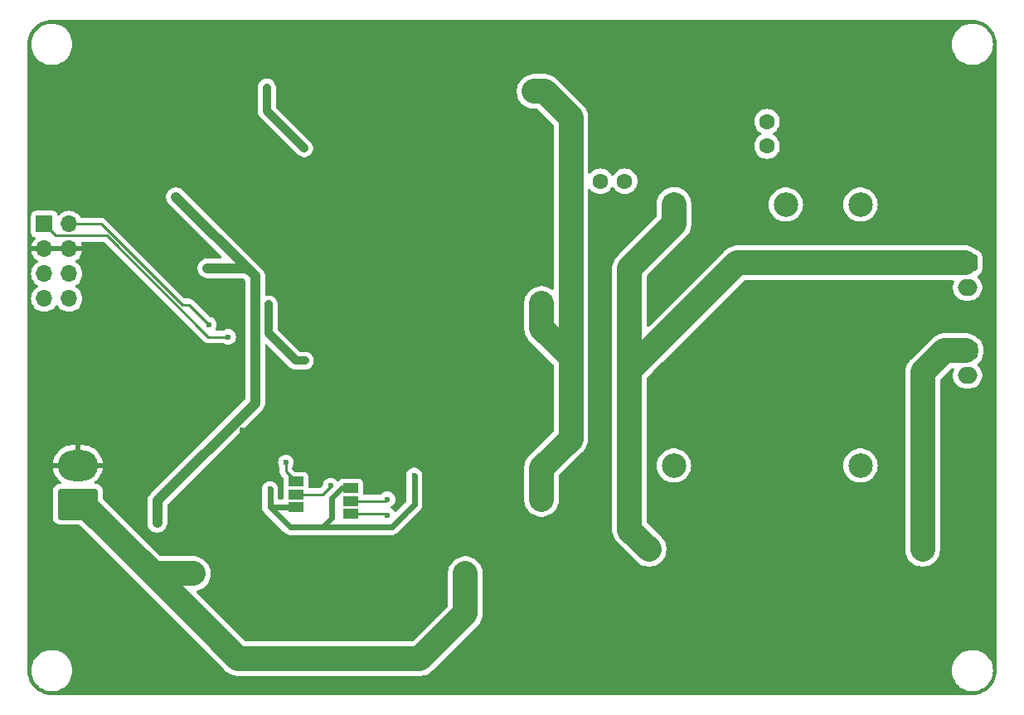
<source format=gbr>
%TF.GenerationSoftware,KiCad,Pcbnew,8.0.3-8.0.3-0~ubuntu20.04.1*%
%TF.CreationDate,2025-01-28T06:06:14-03:00*%
%TF.ProjectId,hv_pulse_generator,68765f70-756c-4736-955f-67656e657261,rev?*%
%TF.SameCoordinates,Original*%
%TF.FileFunction,Copper,L2,Bot*%
%TF.FilePolarity,Positive*%
%FSLAX46Y46*%
G04 Gerber Fmt 4.6, Leading zero omitted, Abs format (unit mm)*
G04 Created by KiCad (PCBNEW 8.0.3-8.0.3-0~ubuntu20.04.1) date 2025-01-28 06:06:14*
%MOMM*%
%LPD*%
G01*
G04 APERTURE LIST*
G04 Aperture macros list*
%AMRoundRect*
0 Rectangle with rounded corners*
0 $1 Rounding radius*
0 $2 $3 $4 $5 $6 $7 $8 $9 X,Y pos of 4 corners*
0 Add a 4 corners polygon primitive as box body*
4,1,4,$2,$3,$4,$5,$6,$7,$8,$9,$2,$3,0*
0 Add four circle primitives for the rounded corners*
1,1,$1+$1,$2,$3*
1,1,$1+$1,$4,$5*
1,1,$1+$1,$6,$7*
1,1,$1+$1,$8,$9*
0 Add four rect primitives between the rounded corners*
20,1,$1+$1,$2,$3,$4,$5,0*
20,1,$1+$1,$4,$5,$6,$7,0*
20,1,$1+$1,$6,$7,$8,$9,0*
20,1,$1+$1,$8,$9,$2,$3,0*%
G04 Aperture macros list end*
%TA.AperFunction,ComponentPad*%
%ADD10RoundRect,0.250000X1.800000X-1.330000X1.800000X1.330000X-1.800000X1.330000X-1.800000X-1.330000X0*%
%TD*%
%TA.AperFunction,ComponentPad*%
%ADD11O,4.100000X3.160000*%
%TD*%
%TA.AperFunction,ComponentPad*%
%ADD12R,1.700000X1.700000*%
%TD*%
%TA.AperFunction,ComponentPad*%
%ADD13O,1.700000X1.700000*%
%TD*%
%TA.AperFunction,ComponentPad*%
%ADD14RoundRect,0.250000X-0.750000X0.600000X-0.750000X-0.600000X0.750000X-0.600000X0.750000X0.600000X0*%
%TD*%
%TA.AperFunction,ComponentPad*%
%ADD15O,2.000000X1.700000*%
%TD*%
%TA.AperFunction,ComponentPad*%
%ADD16C,2.500000*%
%TD*%
%TA.AperFunction,ComponentPad*%
%ADD17C,2.400000*%
%TD*%
%TA.AperFunction,ComponentPad*%
%ADD18O,2.400000X2.400000*%
%TD*%
%TA.AperFunction,ComponentPad*%
%ADD19C,1.600000*%
%TD*%
%TA.AperFunction,SMDPad,CuDef*%
%ADD20R,1.500000X1.000000*%
%TD*%
%TA.AperFunction,ViaPad*%
%ADD21C,0.600000*%
%TD*%
%TA.AperFunction,Conductor*%
%ADD22C,2.540000*%
%TD*%
%TA.AperFunction,Conductor*%
%ADD23C,1.016000*%
%TD*%
%TA.AperFunction,Conductor*%
%ADD24C,0.812800*%
%TD*%
%TA.AperFunction,Conductor*%
%ADD25C,0.254000*%
%TD*%
%TA.AperFunction,Conductor*%
%ADD26C,0.609600*%
%TD*%
G04 APERTURE END LIST*
D10*
%TO.P,J7,1,1*%
%TO.N,+24CH1*%
X55650000Y-113000000D03*
D11*
%TO.P,J7,2,2*%
%TO.N,GND1*%
X55650000Y-109040000D03*
%TD*%
D12*
%TO.P,J8,1,Pin_1*%
%TO.N,UxPWMxA'*%
X52225000Y-84375000D03*
D13*
%TO.P,J8,2,Pin_2*%
%TO.N,UxPWMxB'*%
X54765000Y-84375000D03*
%TO.P,J8,3,Pin_3*%
%TO.N,GND1*%
X52225000Y-86915000D03*
%TO.P,J8,4,Pin_4*%
X54765000Y-86915000D03*
%TO.P,J8,5,Pin_5*%
%TO.N,3.3V*%
X52225000Y-89455000D03*
%TO.P,J8,6,Pin_6*%
%TO.N,GND*%
X54765000Y-89455000D03*
%TO.P,J8,7,Pin_7*%
%TO.N,SCL*%
X52225000Y-91995000D03*
%TO.P,J8,8,Pin_8*%
%TO.N,SDA*%
X54765000Y-91995000D03*
%TD*%
D14*
%TO.P,J3,1,1*%
%TO.N,VSCH1*%
X146500000Y-97325000D03*
D15*
%TO.P,J3,2,2*%
%TO.N,PWRGND2*%
X146500000Y-99825000D03*
%TD*%
D16*
%TO.P,T1,1,AA*%
%TO.N,Net-(T1-AA)*%
X135570000Y-82375000D03*
%TO.P,T1,2,AB*%
%TO.N,VP3CHX*%
X127950000Y-82375000D03*
%TO.P,T1,3,SA*%
%TO.N,PWRGND2*%
X116520000Y-109045000D03*
%TO.P,T1,4,SB*%
%TO.N,HVCH1*%
X116520000Y-82375000D03*
%TO.P,T1,5*%
%TO.N,N/C*%
X135570000Y-109045000D03*
%TD*%
D17*
%TO.P,R11,1*%
%TO.N,VSCH1*%
X141915000Y-117600000D03*
D18*
%TO.P,R11,2*%
%TO.N,HVCH1*%
X113975000Y-117600000D03*
%TD*%
D14*
%TO.P,J1,1,1*%
%TO.N,HVCH1*%
X146500000Y-88350000D03*
D15*
%TO.P,J1,2,2*%
%TO.N,PWRGND2*%
X146500000Y-90850000D03*
%TD*%
D19*
%TO.P,C10,1*%
%TO.N,Net-(T1-AA)*%
X126025000Y-73900000D03*
%TO.P,C10,2*%
%TO.N,VP3CHX*%
X126025000Y-76400000D03*
%TD*%
%TO.P,C11,1*%
%TO.N,VP1CHX*%
X109000000Y-80000000D03*
%TO.P,C11,2*%
%TO.N,Net-(T1-AA)*%
X111500000Y-80000000D03*
%TD*%
D20*
%TO.P,JP2,1,A*%
%TO.N,GND*%
X83525000Y-111375000D03*
%TO.P,JP2,2,C*%
%TO.N,Net-(JP2-C)*%
X83525000Y-112675000D03*
%TO.P,JP2,3,B*%
%TO.N,Net-(JP2-B)*%
X83525000Y-113975000D03*
%TD*%
%TO.P,JP1,1,A*%
%TO.N,GND*%
X77925000Y-113300000D03*
%TO.P,JP1,2,C*%
%TO.N,Net-(JP1-C)*%
X77925000Y-112000000D03*
%TO.P,JP1,3,B*%
%TO.N,Net-(JP1-B)*%
X77925000Y-110700000D03*
%TD*%
D21*
%TO.N,+24CH1*%
X94500000Y-123000000D03*
X67450000Y-120100000D03*
X95225000Y-120100000D03*
X94500000Y-122000000D03*
X94500000Y-121000000D03*
%TO.N,+12V*%
X65675000Y-81625000D03*
X63775000Y-114900000D03*
X68900000Y-88900000D03*
%TO.N,Net-(U1-VDD)*%
X78835000Y-98340000D03*
X75125000Y-92575000D03*
%TO.N,Net-(U2-VDD)*%
X78775000Y-76625000D03*
X74950000Y-70425000D03*
%TO.N,HV*%
X103000000Y-109325000D03*
X103000000Y-112500000D03*
X104175000Y-70875000D03*
X103000000Y-92500000D03*
X103000000Y-111300000D03*
X103000000Y-94500000D03*
X103000000Y-110300000D03*
X103000000Y-93500000D03*
X102250000Y-70825000D03*
X103325000Y-70825000D03*
%TO.N,UxPWMxB'*%
X69025000Y-94650000D03*
%TO.N,UxPWMxA'*%
X71000000Y-95900000D03*
%TO.N,Net-(JP1-C)*%
X81475000Y-111125000D03*
%TO.N,Net-(JP1-B)*%
X76900000Y-108750000D03*
%TO.N,Net-(JP2-C)*%
X87275000Y-112500000D03*
%TO.N,Net-(JP2-B)*%
X87275000Y-114125000D03*
%TO.N,GND1*%
X102000000Y-117725000D03*
X69600000Y-118175000D03*
X71925000Y-82825000D03*
X60450000Y-92450000D03*
X72175000Y-93840000D03*
X78775000Y-99590000D03*
X72450000Y-105400000D03*
X77050000Y-118675000D03*
X78700000Y-77975000D03*
X101050000Y-82225000D03*
X57875000Y-121550000D03*
X96925000Y-81250000D03*
X96950000Y-103765000D03*
X72200000Y-72250000D03*
X61375000Y-99950000D03*
X97975000Y-104740000D03*
X96900000Y-78300000D03*
X71825000Y-99090000D03*
X81450000Y-118550000D03*
X112675000Y-128825000D03*
X76650000Y-104675000D03*
X64500000Y-125225000D03*
X86975000Y-125225000D03*
X58100000Y-72250000D03*
X75175000Y-82840000D03*
X58000000Y-79700000D03*
X71175000Y-76750000D03*
X96975000Y-100840000D03*
%TO.N,GND*%
X75275000Y-111450000D03*
X90000000Y-110075000D03*
X81575000Y-114375000D03*
%TD*%
D22*
%TO.N,+24CH1*%
X55650000Y-113000000D02*
X56250000Y-113000000D01*
X90575000Y-128775000D02*
X95225000Y-124125000D01*
X95225000Y-124125000D02*
X95225000Y-120100000D01*
X63350000Y-120100000D02*
X72025000Y-128775000D01*
X72025000Y-128775000D02*
X90575000Y-128775000D01*
X67450000Y-120100000D02*
X63350000Y-120100000D01*
X56250000Y-113000000D02*
X63350000Y-120100000D01*
D23*
%TO.N,+12V*%
X73750000Y-102674472D02*
X63775000Y-112649472D01*
X63775000Y-112649472D02*
X63775000Y-114900000D01*
X68900000Y-88900000D02*
X72950000Y-88900000D01*
X73750000Y-91975000D02*
X73750000Y-102674472D01*
X73750000Y-89700000D02*
X73750000Y-91975000D01*
X72950000Y-88900000D02*
X73175000Y-89125000D01*
X65675000Y-81625000D02*
X73750000Y-89700000D01*
D24*
%TO.N,Net-(U1-VDD)*%
X78835000Y-98340000D02*
X77915000Y-98340000D01*
X75125000Y-95550000D02*
X75125000Y-92575000D01*
X77915000Y-98340000D02*
X75125000Y-95550000D01*
%TO.N,Net-(U2-VDD)*%
X74950000Y-72800000D02*
X78775000Y-76625000D01*
X74950000Y-70425000D02*
X74950000Y-72800000D01*
D22*
%TO.N,HVCH1*%
X112000000Y-99300000D02*
X112000000Y-115625000D01*
X112000000Y-115625000D02*
X113975000Y-117600000D01*
X113000000Y-98300000D02*
X112000000Y-99300000D01*
X112000000Y-88895000D02*
X116520000Y-84375000D01*
X116520000Y-84375000D02*
X116520000Y-82375000D01*
X113975000Y-97325000D02*
X113000000Y-98300000D01*
X122950000Y-88350000D02*
X113975000Y-97325000D01*
X146275000Y-88350000D02*
X122950000Y-88350000D01*
X112000000Y-99300000D02*
X112000000Y-88895000D01*
%TO.N,HV*%
X106000000Y-98000000D02*
X103000000Y-95000000D01*
X103000000Y-109325000D02*
X106000000Y-106325000D01*
X106000000Y-106325000D02*
X106000000Y-101000000D01*
X106000000Y-73500000D02*
X103325000Y-70825000D01*
X103000000Y-95000000D02*
X103000000Y-92500000D01*
X106000000Y-101000000D02*
X106000000Y-73500000D01*
X103000000Y-109325000D02*
X103000000Y-112500000D01*
X103325000Y-70825000D02*
X102250000Y-70825000D01*
X106000000Y-101000000D02*
X106000000Y-98000000D01*
%TO.N,VSCH1*%
X144125000Y-97325000D02*
X141915000Y-99535000D01*
X146375000Y-97325000D02*
X144125000Y-97325000D01*
X141915000Y-99535000D02*
X141915000Y-117600000D01*
D25*
%TO.N,UxPWMxB'*%
X69025000Y-94650000D02*
X67000000Y-92625000D01*
X58067052Y-84375000D02*
X54765000Y-84375000D01*
X66317052Y-92625000D02*
X58067052Y-84375000D01*
X67000000Y-92625000D02*
X66317052Y-92625000D01*
%TO.N,UxPWMxA'*%
X58602000Y-85552000D02*
X53402000Y-85552000D01*
X71000000Y-95900000D02*
X68950000Y-95900000D01*
X68950000Y-95900000D02*
X58602000Y-85552000D01*
X53402000Y-85552000D02*
X52225000Y-84375000D01*
%TO.N,Net-(JP1-C)*%
X81475000Y-111125000D02*
X81475000Y-111175000D01*
X80650000Y-112000000D02*
X77925000Y-112000000D01*
X81475000Y-111175000D02*
X80650000Y-112000000D01*
%TO.N,Net-(JP1-B)*%
X76900000Y-108750000D02*
X76900000Y-109675000D01*
X76900000Y-109675000D02*
X77925000Y-110700000D01*
%TO.N,Net-(JP2-C)*%
X87275000Y-112500000D02*
X87100000Y-112675000D01*
X87100000Y-112675000D02*
X83525000Y-112675000D01*
%TO.N,Net-(JP2-B)*%
X87275000Y-114125000D02*
X87125000Y-113975000D01*
X87125000Y-113975000D02*
X83525000Y-113975000D01*
D26*
%TO.N,GND*%
X77325000Y-115325000D02*
X80625000Y-115325000D01*
X77925000Y-113300000D02*
X75300000Y-113300000D01*
X87725000Y-115325000D02*
X89300000Y-113750000D01*
X75275000Y-113275000D02*
X77325000Y-115325000D01*
X89300000Y-113750000D02*
X90000000Y-113050000D01*
X75300000Y-113300000D02*
X75275000Y-113275000D01*
X83525000Y-111375000D02*
X82565400Y-111375000D01*
X75275000Y-112525000D02*
X75275000Y-113275000D01*
X80625000Y-115325000D02*
X81575000Y-114375000D01*
X75275000Y-111450000D02*
X75275000Y-112525000D01*
X90000000Y-113050000D02*
X90000000Y-110075000D01*
X82565400Y-111375000D02*
X81575000Y-112365400D01*
X80625000Y-115325000D02*
X87725000Y-115325000D01*
X81575000Y-112365400D02*
X81575000Y-114375000D01*
%TD*%
%TA.AperFunction,Conductor*%
%TO.N,GND1*%
G36*
X54299075Y-86722007D02*
G01*
X54265000Y-86849174D01*
X54265000Y-86980826D01*
X54299075Y-87107993D01*
X54331988Y-87165000D01*
X52658012Y-87165000D01*
X52690925Y-87107993D01*
X52725000Y-86980826D01*
X52725000Y-86849174D01*
X52690925Y-86722007D01*
X52658012Y-86665000D01*
X54331988Y-86665000D01*
X54299075Y-86722007D01*
G37*
%TD.AperFunction*%
%TA.AperFunction,Conductor*%
G36*
X147003736Y-63500726D02*
G01*
X147293796Y-63518271D01*
X147308659Y-63520076D01*
X147590798Y-63571780D01*
X147605335Y-63575363D01*
X147879172Y-63660695D01*
X147893163Y-63666000D01*
X148154743Y-63783727D01*
X148167989Y-63790680D01*
X148413465Y-63939075D01*
X148425776Y-63947573D01*
X148513319Y-64016158D01*
X148651573Y-64124473D01*
X148662781Y-64134403D01*
X148865596Y-64337218D01*
X148875526Y-64348426D01*
X148995481Y-64501538D01*
X149052422Y-64574217D01*
X149060926Y-64586537D01*
X149112168Y-64671302D01*
X149209316Y-64832004D01*
X149216275Y-64845263D01*
X149333997Y-65106831D01*
X149339306Y-65120832D01*
X149424635Y-65394663D01*
X149428219Y-65409201D01*
X149479923Y-65691340D01*
X149481728Y-65706205D01*
X149499274Y-65996263D01*
X149499500Y-66003750D01*
X149499500Y-129996249D01*
X149499274Y-130003736D01*
X149481728Y-130293794D01*
X149479923Y-130308659D01*
X149428219Y-130590798D01*
X149424635Y-130605336D01*
X149339306Y-130879167D01*
X149333997Y-130893168D01*
X149216275Y-131154736D01*
X149209316Y-131167995D01*
X149060928Y-131413459D01*
X149052422Y-131425782D01*
X148875526Y-131651573D01*
X148865596Y-131662781D01*
X148662781Y-131865596D01*
X148651573Y-131875526D01*
X148425782Y-132052422D01*
X148413459Y-132060928D01*
X148167995Y-132209316D01*
X148154736Y-132216275D01*
X147893168Y-132333997D01*
X147879167Y-132339306D01*
X147605336Y-132424635D01*
X147590798Y-132428219D01*
X147308659Y-132479923D01*
X147293794Y-132481728D01*
X147003736Y-132499274D01*
X146996249Y-132499500D01*
X53003751Y-132499500D01*
X52996264Y-132499274D01*
X52706205Y-132481728D01*
X52691340Y-132479923D01*
X52409201Y-132428219D01*
X52394663Y-132424635D01*
X52120832Y-132339306D01*
X52106831Y-132333997D01*
X51845263Y-132216275D01*
X51832004Y-132209316D01*
X51586540Y-132060928D01*
X51574217Y-132052422D01*
X51348426Y-131875526D01*
X51337218Y-131865596D01*
X51134403Y-131662781D01*
X51124473Y-131651573D01*
X50947573Y-131425776D01*
X50939075Y-131413465D01*
X50790680Y-131167989D01*
X50783727Y-131154743D01*
X50666000Y-130893163D01*
X50660693Y-130879167D01*
X50648113Y-130838797D01*
X50575363Y-130605335D01*
X50571780Y-130590798D01*
X50520075Y-130308657D01*
X50518271Y-130293794D01*
X50500726Y-130003736D01*
X50500613Y-130000000D01*
X50894592Y-130000000D01*
X50914201Y-130286680D01*
X50914201Y-130286684D01*
X50914202Y-130286686D01*
X50935984Y-130391509D01*
X50972666Y-130568034D01*
X50972667Y-130568037D01*
X51068894Y-130838793D01*
X51068893Y-130838793D01*
X51201098Y-131093935D01*
X51366812Y-131328700D01*
X51445972Y-131413459D01*
X51562947Y-131538708D01*
X51701677Y-131651573D01*
X51785853Y-131720055D01*
X52031382Y-131869365D01*
X52218237Y-131950526D01*
X52294942Y-131983844D01*
X52571642Y-132061371D01*
X52821920Y-132095771D01*
X52856321Y-132100500D01*
X52856322Y-132100500D01*
X53143679Y-132100500D01*
X53174370Y-132096281D01*
X53428358Y-132061371D01*
X53705058Y-131983844D01*
X53818015Y-131934779D01*
X53968617Y-131869365D01*
X53968620Y-131869363D01*
X53968625Y-131869361D01*
X54214147Y-131720055D01*
X54437053Y-131538708D01*
X54633189Y-131328698D01*
X54798901Y-131093936D01*
X54931104Y-130838797D01*
X55027334Y-130568032D01*
X55085798Y-130286686D01*
X55105408Y-130000000D01*
X55085798Y-129713314D01*
X55027334Y-129431968D01*
X54931105Y-129161206D01*
X54931106Y-129161206D01*
X54798901Y-128906064D01*
X54633187Y-128671299D01*
X54554554Y-128587105D01*
X54437053Y-128461292D01*
X54214147Y-128279945D01*
X54214146Y-128279944D01*
X53968617Y-128130634D01*
X53705063Y-128016158D01*
X53705061Y-128016157D01*
X53705058Y-128016156D01*
X53575578Y-127979877D01*
X53428364Y-127938630D01*
X53428359Y-127938629D01*
X53428358Y-127938629D01*
X53286018Y-127919064D01*
X53143679Y-127899500D01*
X53143678Y-127899500D01*
X52856322Y-127899500D01*
X52856321Y-127899500D01*
X52571642Y-127938629D01*
X52571635Y-127938630D01*
X52363861Y-127996845D01*
X52294942Y-128016156D01*
X52294939Y-128016156D01*
X52294936Y-128016158D01*
X52294935Y-128016158D01*
X52031382Y-128130634D01*
X51785853Y-128279944D01*
X51562950Y-128461289D01*
X51366812Y-128671299D01*
X51201098Y-128906064D01*
X51068894Y-129161206D01*
X50972667Y-129431962D01*
X50972666Y-129431965D01*
X50914201Y-129713319D01*
X50894592Y-130000000D01*
X50500613Y-130000000D01*
X50500500Y-129996249D01*
X50500500Y-111619983D01*
X53099500Y-111619983D01*
X53099500Y-114380001D01*
X53099501Y-114380018D01*
X53110000Y-114482796D01*
X53110001Y-114482799D01*
X53115706Y-114500015D01*
X53165186Y-114649334D01*
X53257288Y-114798656D01*
X53381344Y-114922712D01*
X53530666Y-115014814D01*
X53697203Y-115069999D01*
X53799991Y-115080500D01*
X55775272Y-115080499D01*
X55842311Y-115100184D01*
X55862952Y-115116817D01*
X62016010Y-121269876D01*
X62016011Y-121269877D01*
X62180118Y-121433984D01*
X62183234Y-121437100D01*
X62183249Y-121437114D01*
X70688566Y-129942431D01*
X70688603Y-129942470D01*
X70855117Y-130108984D01*
X70855124Y-130108990D01*
X71039250Y-130250275D01*
X71062329Y-130263599D01*
X71102317Y-130286686D01*
X71240248Y-130366321D01*
X71391867Y-130429123D01*
X71454670Y-130455137D01*
X71514740Y-130471232D01*
X71678852Y-130515207D01*
X71908956Y-130545501D01*
X71908963Y-130545501D01*
X72144885Y-130545501D01*
X72144917Y-130545500D01*
X90455083Y-130545500D01*
X90455115Y-130545501D01*
X90458955Y-130545501D01*
X90691038Y-130545501D01*
X90691045Y-130545501D01*
X90921149Y-130515207D01*
X91145330Y-130455137D01*
X91359752Y-130366320D01*
X91461954Y-130307314D01*
X91560748Y-130250276D01*
X91744877Y-130108989D01*
X91853866Y-130000000D01*
X144894592Y-130000000D01*
X144914201Y-130286680D01*
X144914201Y-130286684D01*
X144914202Y-130286686D01*
X144935984Y-130391509D01*
X144972666Y-130568034D01*
X144972667Y-130568037D01*
X145068894Y-130838793D01*
X145068893Y-130838793D01*
X145201098Y-131093935D01*
X145366812Y-131328700D01*
X145445972Y-131413459D01*
X145562947Y-131538708D01*
X145701677Y-131651573D01*
X145785853Y-131720055D01*
X146031382Y-131869365D01*
X146218237Y-131950526D01*
X146294942Y-131983844D01*
X146571642Y-132061371D01*
X146821920Y-132095771D01*
X146856321Y-132100500D01*
X146856322Y-132100500D01*
X147143679Y-132100500D01*
X147174370Y-132096281D01*
X147428358Y-132061371D01*
X147705058Y-131983844D01*
X147818015Y-131934779D01*
X147968617Y-131869365D01*
X147968620Y-131869363D01*
X147968625Y-131869361D01*
X148214147Y-131720055D01*
X148437053Y-131538708D01*
X148633189Y-131328698D01*
X148798901Y-131093936D01*
X148931104Y-130838797D01*
X149027334Y-130568032D01*
X149085798Y-130286686D01*
X149105408Y-130000000D01*
X149085798Y-129713314D01*
X149027334Y-129431968D01*
X148931105Y-129161206D01*
X148931106Y-129161206D01*
X148798901Y-128906064D01*
X148633187Y-128671299D01*
X148554554Y-128587105D01*
X148437053Y-128461292D01*
X148214147Y-128279945D01*
X148214146Y-128279944D01*
X147968617Y-128130634D01*
X147705063Y-128016158D01*
X147705061Y-128016157D01*
X147705058Y-128016156D01*
X147575578Y-127979877D01*
X147428364Y-127938630D01*
X147428359Y-127938629D01*
X147428358Y-127938629D01*
X147286018Y-127919064D01*
X147143679Y-127899500D01*
X147143678Y-127899500D01*
X146856322Y-127899500D01*
X146856321Y-127899500D01*
X146571642Y-127938629D01*
X146571635Y-127938630D01*
X146363861Y-127996845D01*
X146294942Y-128016156D01*
X146294939Y-128016156D01*
X146294936Y-128016158D01*
X146294935Y-128016158D01*
X146031382Y-128130634D01*
X145785853Y-128279944D01*
X145562950Y-128461289D01*
X145366812Y-128671299D01*
X145201098Y-128906064D01*
X145068894Y-129161206D01*
X144972667Y-129431962D01*
X144972666Y-129431965D01*
X144914201Y-129713319D01*
X144894592Y-130000000D01*
X91853866Y-130000000D01*
X91908989Y-129944877D01*
X91914353Y-129939513D01*
X91914368Y-129939495D01*
X96389495Y-125464368D01*
X96389513Y-125464353D01*
X96558984Y-125294882D01*
X96558989Y-125294877D01*
X96700276Y-125110748D01*
X96816320Y-124909752D01*
X96905137Y-124695330D01*
X96965207Y-124471149D01*
X96995501Y-124241045D01*
X96995501Y-124008955D01*
X96995501Y-124005116D01*
X96995500Y-124005082D01*
X96995500Y-119983961D01*
X96995499Y-119983947D01*
X96993968Y-119972318D01*
X96965206Y-119753851D01*
X96905137Y-119529670D01*
X96816320Y-119315248D01*
X96796048Y-119280135D01*
X96700279Y-119114256D01*
X96700278Y-119114254D01*
X96558990Y-118930124D01*
X96558984Y-118930117D01*
X96394882Y-118766015D01*
X96394875Y-118766009D01*
X96210745Y-118624721D01*
X96210743Y-118624720D01*
X96009762Y-118508685D01*
X96009754Y-118508681D01*
X96009752Y-118508680D01*
X95795330Y-118419863D01*
X95795331Y-118419863D01*
X95795328Y-118419862D01*
X95653203Y-118381780D01*
X95571149Y-118359794D01*
X95542386Y-118356007D01*
X95341052Y-118329500D01*
X95341045Y-118329500D01*
X95108955Y-118329500D01*
X95108947Y-118329500D01*
X94878851Y-118359794D01*
X94654671Y-118419862D01*
X94440254Y-118508677D01*
X94440237Y-118508685D01*
X94239256Y-118624720D01*
X94239254Y-118624721D01*
X94055124Y-118766009D01*
X94055117Y-118766015D01*
X93891015Y-118930117D01*
X93891009Y-118930124D01*
X93749721Y-119114254D01*
X93749720Y-119114256D01*
X93633685Y-119315237D01*
X93633677Y-119315254D01*
X93544862Y-119529671D01*
X93484794Y-119753851D01*
X93454500Y-119983947D01*
X93454500Y-123340273D01*
X93434815Y-123407312D01*
X93418181Y-123427954D01*
X89877954Y-126968181D01*
X89816631Y-127001666D01*
X89790273Y-127004500D01*
X72809727Y-127004500D01*
X72742688Y-126984815D01*
X72722046Y-126968181D01*
X67788642Y-122034777D01*
X67755157Y-121973454D01*
X67760141Y-121903762D01*
X67802013Y-121847829D01*
X67844224Y-121827324D01*
X68020330Y-121780137D01*
X68234752Y-121691320D01*
X68435748Y-121575276D01*
X68619877Y-121433989D01*
X68783989Y-121269877D01*
X68925276Y-121085748D01*
X69041320Y-120884752D01*
X69130137Y-120670330D01*
X69190206Y-120446149D01*
X69220500Y-120216045D01*
X69220500Y-119983955D01*
X69190206Y-119753851D01*
X69130137Y-119529670D01*
X69041320Y-119315248D01*
X69021048Y-119280135D01*
X68925279Y-119114256D01*
X68925278Y-119114254D01*
X68783990Y-118930124D01*
X68783984Y-118930117D01*
X68619882Y-118766015D01*
X68619875Y-118766009D01*
X68435745Y-118624721D01*
X68435743Y-118624720D01*
X68234762Y-118508685D01*
X68234754Y-118508681D01*
X68234752Y-118508680D01*
X68020330Y-118419863D01*
X68020331Y-118419863D01*
X68020328Y-118419862D01*
X67878203Y-118381780D01*
X67796149Y-118359794D01*
X67767386Y-118356007D01*
X67566052Y-118329500D01*
X67566045Y-118329500D01*
X64134728Y-118329500D01*
X64067689Y-118309815D01*
X64047047Y-118293181D01*
X58304004Y-112550138D01*
X62766500Y-112550138D01*
X62766500Y-114999333D01*
X62805254Y-115194161D01*
X62805256Y-115194169D01*
X62881277Y-115377701D01*
X62881282Y-115377710D01*
X62991646Y-115542880D01*
X62991649Y-115542884D01*
X63132115Y-115683350D01*
X63132119Y-115683353D01*
X63297289Y-115793717D01*
X63297295Y-115793720D01*
X63297296Y-115793721D01*
X63480831Y-115869744D01*
X63675666Y-115908499D01*
X63675670Y-115908500D01*
X63675671Y-115908500D01*
X63874330Y-115908500D01*
X63874331Y-115908499D01*
X64069169Y-115869744D01*
X64252704Y-115793721D01*
X64417881Y-115683353D01*
X64558353Y-115542881D01*
X64668721Y-115377704D01*
X64744744Y-115194169D01*
X64783500Y-114999329D01*
X64783500Y-113118568D01*
X64803185Y-113051529D01*
X64819819Y-113030887D01*
X66405304Y-111445402D01*
X74469435Y-111445402D01*
X74469435Y-111454600D01*
X74469700Y-111459319D01*
X74469700Y-113190549D01*
X74469699Y-113190575D01*
X74469699Y-113354317D01*
X74493606Y-113474500D01*
X74493606Y-113474501D01*
X74500645Y-113509890D01*
X74500648Y-113509901D01*
X74561348Y-113656446D01*
X74561355Y-113656459D01*
X74649480Y-113788347D01*
X74649481Y-113788348D01*
X74649482Y-113788349D01*
X74674482Y-113813349D01*
X74736518Y-113875385D01*
X74790981Y-113929848D01*
X74790992Y-113929858D01*
X76696356Y-115835222D01*
X76696385Y-115835253D01*
X76811647Y-115950515D01*
X76811655Y-115950521D01*
X76904579Y-116012611D01*
X76904581Y-116012612D01*
X76943538Y-116038643D01*
X76943553Y-116038651D01*
X77090098Y-116099351D01*
X77090103Y-116099353D01*
X77090107Y-116099353D01*
X77090108Y-116099354D01*
X77245682Y-116130301D01*
X77245685Y-116130301D01*
X77410430Y-116130301D01*
X77410450Y-116130300D01*
X80539551Y-116130300D01*
X80539571Y-116130301D01*
X80545685Y-116130301D01*
X80710429Y-116130301D01*
X80710449Y-116130300D01*
X87639551Y-116130300D01*
X87639571Y-116130301D01*
X87645685Y-116130301D01*
X87804317Y-116130301D01*
X87908982Y-116109480D01*
X87959897Y-116099353D01*
X88106453Y-116038648D01*
X88106458Y-116038644D01*
X88106461Y-116038643D01*
X88145419Y-116012612D01*
X88145421Y-116012611D01*
X88207478Y-115971145D01*
X88238349Y-115950518D01*
X88350518Y-115838349D01*
X88350519Y-115838347D01*
X88357585Y-115831281D01*
X88357587Y-115831277D01*
X89925517Y-114263349D01*
X90513345Y-113675520D01*
X90513349Y-113675518D01*
X90625518Y-113563349D01*
X90713648Y-113431453D01*
X90774353Y-113284897D01*
X90775649Y-113278385D01*
X90805300Y-113129316D01*
X90805300Y-112970685D01*
X90805300Y-110084319D01*
X90805565Y-110079600D01*
X90805565Y-110070402D01*
X90805300Y-110065686D01*
X90805300Y-109995684D01*
X90805299Y-109995680D01*
X90774355Y-109840110D01*
X90774352Y-109840101D01*
X90713651Y-109693553D01*
X90713644Y-109693540D01*
X90625518Y-109561651D01*
X90625515Y-109561647D01*
X90513352Y-109449484D01*
X90513348Y-109449481D01*
X90381459Y-109361355D01*
X90381446Y-109361348D01*
X90234898Y-109300647D01*
X90234889Y-109300644D01*
X90079319Y-109269700D01*
X90079315Y-109269700D01*
X90009315Y-109269700D01*
X90004596Y-109269435D01*
X89995404Y-109269435D01*
X89990685Y-109269700D01*
X89920680Y-109269700D01*
X89765110Y-109300644D01*
X89765101Y-109300647D01*
X89618553Y-109361348D01*
X89618540Y-109361355D01*
X89486651Y-109449481D01*
X89486647Y-109449484D01*
X89374484Y-109561647D01*
X89374481Y-109561651D01*
X89286355Y-109693540D01*
X89286348Y-109693553D01*
X89225647Y-109840101D01*
X89225644Y-109840110D01*
X89194700Y-109995680D01*
X89194700Y-110065686D01*
X89194435Y-110070402D01*
X89194435Y-110079600D01*
X89194700Y-110084319D01*
X89194700Y-112665072D01*
X89175015Y-112732111D01*
X89158381Y-112752753D01*
X88786651Y-113124483D01*
X88162779Y-113748353D01*
X88101456Y-113781838D01*
X88031764Y-113776854D01*
X87975831Y-113734982D01*
X87970110Y-113726653D01*
X87904816Y-113622738D01*
X87777262Y-113495184D01*
X87653618Y-113417493D01*
X87607328Y-113365159D01*
X87596680Y-113296106D01*
X87625055Y-113232257D01*
X87653619Y-113207506D01*
X87672432Y-113195685D01*
X87777262Y-113129816D01*
X87904816Y-113002262D01*
X88000789Y-112849522D01*
X88060368Y-112679255D01*
X88061966Y-112665072D01*
X88080565Y-112500003D01*
X88080565Y-112499996D01*
X88060369Y-112320750D01*
X88060368Y-112320745D01*
X88008239Y-112171770D01*
X88000789Y-112150478D01*
X87904816Y-111997738D01*
X87777262Y-111870184D01*
X87770793Y-111866119D01*
X87624523Y-111774211D01*
X87454254Y-111714631D01*
X87454249Y-111714630D01*
X87275004Y-111694435D01*
X87274996Y-111694435D01*
X87095750Y-111714630D01*
X87095745Y-111714631D01*
X86925476Y-111774211D01*
X86772737Y-111870184D01*
X86645183Y-111997738D01*
X86642724Y-112000822D01*
X86640631Y-112002290D01*
X86640260Y-112002662D01*
X86640194Y-112002596D01*
X86585532Y-112040957D01*
X86545784Y-112047500D01*
X84899500Y-112047500D01*
X84832461Y-112027815D01*
X84786706Y-111975011D01*
X84775500Y-111923500D01*
X84775499Y-110827129D01*
X84775498Y-110827123D01*
X84775214Y-110824484D01*
X84769091Y-110767517D01*
X84764943Y-110756396D01*
X84718797Y-110632671D01*
X84718793Y-110632664D01*
X84632547Y-110517455D01*
X84632544Y-110517452D01*
X84517335Y-110431206D01*
X84517328Y-110431202D01*
X84382482Y-110380908D01*
X84382483Y-110380908D01*
X84322883Y-110374501D01*
X84322881Y-110374500D01*
X84322873Y-110374500D01*
X84322864Y-110374500D01*
X82727129Y-110374500D01*
X82727123Y-110374501D01*
X82667516Y-110380908D01*
X82532671Y-110431202D01*
X82532664Y-110431206D01*
X82417457Y-110517451D01*
X82417449Y-110517459D01*
X82386647Y-110558604D01*
X82334834Y-110598852D01*
X82231843Y-110641512D01*
X82162374Y-110648981D01*
X82099895Y-110617706D01*
X82096710Y-110614632D01*
X81977262Y-110495184D01*
X81824523Y-110399211D01*
X81654254Y-110339631D01*
X81654249Y-110339630D01*
X81475004Y-110319435D01*
X81474996Y-110319435D01*
X81295750Y-110339630D01*
X81295745Y-110339631D01*
X81125476Y-110399211D01*
X80972737Y-110495184D01*
X80845184Y-110622737D01*
X80749210Y-110775478D01*
X80689630Y-110945750D01*
X80678336Y-111045986D01*
X80651269Y-111110399D01*
X80642798Y-111119782D01*
X80426398Y-111336182D01*
X80365078Y-111369666D01*
X80338719Y-111372500D01*
X79299500Y-111372500D01*
X79232461Y-111352815D01*
X79186706Y-111300011D01*
X79175500Y-111248500D01*
X79175499Y-110152129D01*
X79175498Y-110152123D01*
X79169091Y-110092516D01*
X79118797Y-109957671D01*
X79118793Y-109957664D01*
X79032547Y-109842455D01*
X79032544Y-109842452D01*
X78917335Y-109756206D01*
X78917328Y-109756202D01*
X78782482Y-109705908D01*
X78782483Y-109705908D01*
X78722883Y-109699501D01*
X78722881Y-109699500D01*
X78722873Y-109699500D01*
X78722865Y-109699500D01*
X77863281Y-109699500D01*
X77796242Y-109679815D01*
X77775600Y-109663181D01*
X77563819Y-109451400D01*
X77530334Y-109390077D01*
X77527500Y-109363719D01*
X77527500Y-109291671D01*
X77546507Y-109225698D01*
X77557028Y-109208955D01*
X77625789Y-109099522D01*
X77685368Y-108929255D01*
X77705565Y-108750000D01*
X77692875Y-108637374D01*
X77685369Y-108570750D01*
X77685368Y-108570745D01*
X77625788Y-108400476D01*
X77586582Y-108338080D01*
X77529816Y-108247738D01*
X77402262Y-108120184D01*
X77398885Y-108118062D01*
X77249523Y-108024211D01*
X77079254Y-107964631D01*
X77079249Y-107964630D01*
X76900004Y-107944435D01*
X76899996Y-107944435D01*
X76720750Y-107964630D01*
X76720745Y-107964631D01*
X76550476Y-108024211D01*
X76397737Y-108120184D01*
X76270184Y-108247737D01*
X76174211Y-108400476D01*
X76114631Y-108570745D01*
X76114630Y-108570750D01*
X76094435Y-108749996D01*
X76094435Y-108750003D01*
X76114630Y-108929249D01*
X76114631Y-108929254D01*
X76174211Y-109099524D01*
X76253493Y-109225698D01*
X76272500Y-109291671D01*
X76272500Y-109736807D01*
X76296612Y-109858027D01*
X76296614Y-109858035D01*
X76329611Y-109937696D01*
X76343917Y-109972233D01*
X76385092Y-110033856D01*
X76411534Y-110073429D01*
X76412407Y-110074779D01*
X76412588Y-110075007D01*
X76638181Y-110300600D01*
X76671666Y-110361923D01*
X76674500Y-110388281D01*
X76674500Y-111247870D01*
X76674501Y-111247876D01*
X76680908Y-111307479D01*
X76682692Y-111315026D01*
X76681229Y-111315371D01*
X76685585Y-111376371D01*
X76681173Y-111391396D01*
X76680908Y-111392517D01*
X76674501Y-111452116D01*
X76674500Y-111452127D01*
X76674500Y-111923500D01*
X76674501Y-112370700D01*
X76654817Y-112437739D01*
X76602013Y-112483494D01*
X76550501Y-112494700D01*
X76204300Y-112494700D01*
X76137261Y-112475015D01*
X76091506Y-112422211D01*
X76080300Y-112370700D01*
X76080300Y-111459319D01*
X76080565Y-111454600D01*
X76080565Y-111445402D01*
X76080300Y-111440686D01*
X76080300Y-111370684D01*
X76080299Y-111370680D01*
X76049355Y-111215110D01*
X76049352Y-111215101D01*
X75988651Y-111068553D01*
X75988644Y-111068540D01*
X75900518Y-110936651D01*
X75900515Y-110936647D01*
X75788352Y-110824484D01*
X75788348Y-110824481D01*
X75656459Y-110736355D01*
X75656446Y-110736348D01*
X75509898Y-110675647D01*
X75509889Y-110675644D01*
X75354319Y-110644700D01*
X75354315Y-110644700D01*
X75284315Y-110644700D01*
X75279596Y-110644435D01*
X75270404Y-110644435D01*
X75265685Y-110644700D01*
X75195680Y-110644700D01*
X75040110Y-110675644D01*
X75040101Y-110675647D01*
X74893553Y-110736348D01*
X74893540Y-110736355D01*
X74761651Y-110824481D01*
X74761647Y-110824484D01*
X74649484Y-110936647D01*
X74649481Y-110936651D01*
X74561355Y-111068540D01*
X74561348Y-111068553D01*
X74500647Y-111215101D01*
X74500644Y-111215110D01*
X74469700Y-111370680D01*
X74469700Y-111440686D01*
X74469435Y-111445402D01*
X66405304Y-111445402D01*
X74533350Y-103317356D01*
X74533353Y-103317353D01*
X74643721Y-103152176D01*
X74719744Y-102968641D01*
X74758500Y-102773801D01*
X74758500Y-102575143D01*
X74758500Y-96765412D01*
X74778185Y-96698373D01*
X74830989Y-96652618D01*
X74900147Y-96642674D01*
X74963703Y-96671699D01*
X74970181Y-96677731D01*
X77336881Y-99044432D01*
X77336885Y-99044435D01*
X77485415Y-99143680D01*
X77485421Y-99143683D01*
X77485422Y-99143684D01*
X77650467Y-99212048D01*
X77650471Y-99212048D01*
X77650472Y-99212049D01*
X77825675Y-99246900D01*
X77825678Y-99246900D01*
X78924324Y-99246900D01*
X79042198Y-99223452D01*
X79099533Y-99212048D01*
X79264578Y-99143684D01*
X79413115Y-99044435D01*
X79539435Y-98918115D01*
X79638684Y-98769578D01*
X79707048Y-98604533D01*
X79729927Y-98489513D01*
X79741900Y-98429324D01*
X79741900Y-98250675D01*
X79707049Y-98075472D01*
X79707048Y-98075471D01*
X79707048Y-98075467D01*
X79638684Y-97910422D01*
X79638683Y-97910421D01*
X79638680Y-97910415D01*
X79539435Y-97761885D01*
X79539432Y-97761881D01*
X79413118Y-97635567D01*
X79413114Y-97635564D01*
X79264584Y-97536319D01*
X79264575Y-97536314D01*
X79099533Y-97467952D01*
X79099527Y-97467950D01*
X78924324Y-97433100D01*
X78924322Y-97433100D01*
X78342012Y-97433100D01*
X78274973Y-97413415D01*
X78254331Y-97396781D01*
X76068219Y-95210669D01*
X76034734Y-95149346D01*
X76031900Y-95122988D01*
X76031900Y-92485675D01*
X75997049Y-92310472D01*
X75997048Y-92310471D01*
X75997048Y-92310467D01*
X75937724Y-92167246D01*
X75928685Y-92145424D01*
X75928680Y-92145415D01*
X75829435Y-91996885D01*
X75829432Y-91996881D01*
X75703118Y-91870567D01*
X75703114Y-91870564D01*
X75554584Y-91771319D01*
X75554575Y-91771314D01*
X75389533Y-91702952D01*
X75389527Y-91702950D01*
X75214324Y-91668100D01*
X75214322Y-91668100D01*
X75035678Y-91668100D01*
X75035673Y-91668100D01*
X74906691Y-91693756D01*
X74837099Y-91687529D01*
X74781922Y-91644665D01*
X74758678Y-91578776D01*
X74758500Y-91572139D01*
X74758500Y-89600670D01*
X74758499Y-89600666D01*
X74719745Y-89405838D01*
X74719744Y-89405831D01*
X74663205Y-89269334D01*
X74643722Y-89222297D01*
X74641917Y-89219596D01*
X74533357Y-89057123D01*
X74533351Y-89057115D01*
X66317884Y-80841649D01*
X66317880Y-80841646D01*
X66152710Y-80731282D01*
X66152701Y-80731277D01*
X65969168Y-80655256D01*
X65969160Y-80655254D01*
X65774332Y-80616500D01*
X65774329Y-80616500D01*
X65575671Y-80616500D01*
X65575668Y-80616500D01*
X65380839Y-80655254D01*
X65380831Y-80655256D01*
X65197298Y-80731277D01*
X65197289Y-80731282D01*
X65032119Y-80841646D01*
X65032115Y-80841649D01*
X64891649Y-80982115D01*
X64891646Y-80982119D01*
X64781282Y-81147289D01*
X64781277Y-81147298D01*
X64705256Y-81330831D01*
X64705254Y-81330839D01*
X64666500Y-81525666D01*
X64666500Y-81724333D01*
X64705254Y-81919160D01*
X64705256Y-81919168D01*
X64781277Y-82102701D01*
X64781282Y-82102710D01*
X64891646Y-82267880D01*
X64891649Y-82267884D01*
X70303584Y-87679819D01*
X70337069Y-87741142D01*
X70332085Y-87810834D01*
X70290213Y-87866767D01*
X70224749Y-87891184D01*
X70215903Y-87891500D01*
X68800666Y-87891500D01*
X68605838Y-87930254D01*
X68605830Y-87930256D01*
X68422298Y-88006277D01*
X68422289Y-88006282D01*
X68257119Y-88116646D01*
X68257115Y-88116649D01*
X68116649Y-88257115D01*
X68116646Y-88257119D01*
X68006282Y-88422289D01*
X68006277Y-88422298D01*
X67930256Y-88605830D01*
X67930254Y-88605838D01*
X67891500Y-88800666D01*
X67891500Y-88999333D01*
X67930254Y-89194161D01*
X67930256Y-89194169D01*
X68006277Y-89377701D01*
X68006282Y-89377710D01*
X68116646Y-89542880D01*
X68116649Y-89542884D01*
X68257115Y-89683350D01*
X68257119Y-89683353D01*
X68422289Y-89793717D01*
X68422295Y-89793720D01*
X68422296Y-89793721D01*
X68605831Y-89869744D01*
X68800666Y-89908499D01*
X68800670Y-89908500D01*
X68800671Y-89908500D01*
X72480903Y-89908500D01*
X72547942Y-89928185D01*
X72568579Y-89944814D01*
X72705182Y-90081416D01*
X72738666Y-90142737D01*
X72741500Y-90169096D01*
X72741500Y-102205376D01*
X72721815Y-102272415D01*
X72705181Y-102293057D01*
X63132119Y-111866119D01*
X63075365Y-111922873D01*
X62991645Y-112006592D01*
X62881282Y-112171761D01*
X62881277Y-112171770D01*
X62805256Y-112355302D01*
X62805254Y-112355310D01*
X62766500Y-112550138D01*
X58304004Y-112550138D01*
X58236818Y-112482952D01*
X58203333Y-112421629D01*
X58200499Y-112395271D01*
X58200499Y-111619998D01*
X58200498Y-111619981D01*
X58189999Y-111517203D01*
X58189998Y-111517200D01*
X58168509Y-111452351D01*
X58134814Y-111350666D01*
X58042712Y-111201344D01*
X57918656Y-111077288D01*
X57769334Y-110985186D01*
X57602797Y-110930001D01*
X57602795Y-110930000D01*
X57500016Y-110919500D01*
X57452654Y-110919500D01*
X57385615Y-110899815D01*
X57339860Y-110847011D01*
X57329916Y-110777853D01*
X57358941Y-110714297D01*
X57377167Y-110697125D01*
X57494382Y-110607181D01*
X57494391Y-110607174D01*
X57687174Y-110414391D01*
X57687181Y-110414382D01*
X57853168Y-110198066D01*
X57989496Y-109961937D01*
X57989500Y-109961927D01*
X58093840Y-109710029D01*
X58164411Y-109446655D01*
X58185035Y-109290000D01*
X56466480Y-109290000D01*
X56467335Y-109287936D01*
X56500000Y-109123718D01*
X56500000Y-108956282D01*
X56467335Y-108792064D01*
X56466480Y-108790000D01*
X58185034Y-108790000D01*
X58164411Y-108633344D01*
X58093840Y-108369970D01*
X57989500Y-108118072D01*
X57989496Y-108118062D01*
X57853168Y-107881933D01*
X57687181Y-107665617D01*
X57687174Y-107665609D01*
X57494391Y-107472826D01*
X57494382Y-107472818D01*
X57278066Y-107306831D01*
X57041937Y-107170503D01*
X57041927Y-107170499D01*
X56790029Y-107066159D01*
X56526655Y-106995588D01*
X56256331Y-106960000D01*
X55900000Y-106960000D01*
X55900000Y-108223519D01*
X55897936Y-108222665D01*
X55733718Y-108190000D01*
X55566282Y-108190000D01*
X55402064Y-108222665D01*
X55400000Y-108223519D01*
X55400000Y-106960000D01*
X55043669Y-106960000D01*
X54773344Y-106995588D01*
X54509970Y-107066159D01*
X54258072Y-107170499D01*
X54258062Y-107170503D01*
X54021933Y-107306831D01*
X53805617Y-107472818D01*
X53612818Y-107665617D01*
X53446831Y-107881933D01*
X53310503Y-108118062D01*
X53310499Y-108118072D01*
X53206159Y-108369970D01*
X53135588Y-108633344D01*
X53114965Y-108790000D01*
X54833520Y-108790000D01*
X54832665Y-108792064D01*
X54800000Y-108956282D01*
X54800000Y-109123718D01*
X54832665Y-109287936D01*
X54833520Y-109290000D01*
X53114965Y-109290000D01*
X53135588Y-109446655D01*
X53206159Y-109710029D01*
X53310499Y-109961927D01*
X53310503Y-109961937D01*
X53446831Y-110198066D01*
X53612818Y-110414382D01*
X53612826Y-110414391D01*
X53805608Y-110607173D01*
X53922834Y-110697124D01*
X53964036Y-110753552D01*
X53968191Y-110823298D01*
X53933979Y-110884219D01*
X53872261Y-110916971D01*
X53847349Y-110919500D01*
X53800000Y-110919500D01*
X53799980Y-110919501D01*
X53697203Y-110930000D01*
X53697200Y-110930001D01*
X53530668Y-110985185D01*
X53530663Y-110985187D01*
X53381342Y-111077289D01*
X53257289Y-111201342D01*
X53165187Y-111350663D01*
X53165185Y-111350668D01*
X53158552Y-111370685D01*
X53110001Y-111517203D01*
X53110001Y-111517204D01*
X53110000Y-111517204D01*
X53099500Y-111619983D01*
X50500500Y-111619983D01*
X50500500Y-89454999D01*
X50869341Y-89454999D01*
X50869341Y-89455000D01*
X50889936Y-89690403D01*
X50889938Y-89690413D01*
X50951094Y-89918655D01*
X50951096Y-89918659D01*
X50951097Y-89918663D01*
X51026989Y-90081414D01*
X51050965Y-90132830D01*
X51050967Y-90132834D01*
X51141514Y-90262147D01*
X51186501Y-90326396D01*
X51186506Y-90326402D01*
X51353597Y-90493493D01*
X51353603Y-90493498D01*
X51539158Y-90623425D01*
X51582783Y-90678002D01*
X51589977Y-90747500D01*
X51558454Y-90809855D01*
X51539158Y-90826575D01*
X51353597Y-90956505D01*
X51186505Y-91123597D01*
X51050965Y-91317169D01*
X51050964Y-91317171D01*
X50951098Y-91531335D01*
X50951094Y-91531344D01*
X50889938Y-91759586D01*
X50889936Y-91759596D01*
X50869341Y-91994999D01*
X50869341Y-91995000D01*
X50889936Y-92230403D01*
X50889938Y-92230413D01*
X50951094Y-92458655D01*
X50951096Y-92458659D01*
X50951097Y-92458663D01*
X51031004Y-92630023D01*
X51050965Y-92672830D01*
X51050967Y-92672834D01*
X51159281Y-92827521D01*
X51186505Y-92866401D01*
X51353599Y-93033495D01*
X51450384Y-93101265D01*
X51547165Y-93169032D01*
X51547167Y-93169033D01*
X51547170Y-93169035D01*
X51761337Y-93268903D01*
X51989592Y-93330063D01*
X52177918Y-93346539D01*
X52224999Y-93350659D01*
X52225000Y-93350659D01*
X52225001Y-93350659D01*
X52264234Y-93347226D01*
X52460408Y-93330063D01*
X52688663Y-93268903D01*
X52902830Y-93169035D01*
X53096401Y-93033495D01*
X53263495Y-92866401D01*
X53393425Y-92680842D01*
X53448002Y-92637217D01*
X53517500Y-92630023D01*
X53579855Y-92661546D01*
X53596575Y-92680842D01*
X53726500Y-92866395D01*
X53726505Y-92866401D01*
X53893599Y-93033495D01*
X53990384Y-93101265D01*
X54087165Y-93169032D01*
X54087167Y-93169033D01*
X54087170Y-93169035D01*
X54301337Y-93268903D01*
X54529592Y-93330063D01*
X54717918Y-93346539D01*
X54764999Y-93350659D01*
X54765000Y-93350659D01*
X54765001Y-93350659D01*
X54804234Y-93347226D01*
X55000408Y-93330063D01*
X55228663Y-93268903D01*
X55442830Y-93169035D01*
X55636401Y-93033495D01*
X55803495Y-92866401D01*
X55939035Y-92672830D01*
X56038903Y-92458663D01*
X56100063Y-92230408D01*
X56120659Y-91995000D01*
X56119155Y-91977815D01*
X56101089Y-91771319D01*
X56100063Y-91759592D01*
X56038903Y-91531337D01*
X55939035Y-91317171D01*
X55933425Y-91309158D01*
X55803494Y-91123597D01*
X55636402Y-90956506D01*
X55636396Y-90956501D01*
X55450842Y-90826575D01*
X55407217Y-90771998D01*
X55400023Y-90702500D01*
X55431546Y-90640145D01*
X55450842Y-90623425D01*
X55473026Y-90607891D01*
X55636401Y-90493495D01*
X55803495Y-90326401D01*
X55939035Y-90132830D01*
X56038903Y-89918663D01*
X56100063Y-89690408D01*
X56120659Y-89455000D01*
X56100063Y-89219592D01*
X56041227Y-89000009D01*
X56038905Y-88991344D01*
X56038904Y-88991343D01*
X56038903Y-88991337D01*
X55939035Y-88777171D01*
X55933425Y-88769158D01*
X55803494Y-88583597D01*
X55636402Y-88416506D01*
X55636401Y-88416505D01*
X55450405Y-88286269D01*
X55406781Y-88231692D01*
X55399588Y-88162193D01*
X55431110Y-88099839D01*
X55450405Y-88083119D01*
X55636082Y-87953105D01*
X55803105Y-87786082D01*
X55938600Y-87592578D01*
X56038429Y-87378492D01*
X56038432Y-87378486D01*
X56095636Y-87165000D01*
X55198012Y-87165000D01*
X55230925Y-87107993D01*
X55265000Y-86980826D01*
X55265000Y-86849174D01*
X55230925Y-86722007D01*
X55198012Y-86665000D01*
X56095636Y-86665000D01*
X56095635Y-86664999D01*
X56038432Y-86451513D01*
X56038429Y-86451507D01*
X55993850Y-86355905D01*
X55983358Y-86286827D01*
X56011878Y-86223043D01*
X56070354Y-86184804D01*
X56106232Y-86179500D01*
X58290719Y-86179500D01*
X58357758Y-86199185D01*
X58378400Y-86215819D01*
X68462589Y-96300008D01*
X68549992Y-96387411D01*
X68549994Y-96387413D01*
X68549996Y-96387414D01*
X68652761Y-96456079D01*
X68652767Y-96456083D01*
X68686215Y-96469937D01*
X68766965Y-96503386D01*
X68888192Y-96527499D01*
X68888196Y-96527500D01*
X68888197Y-96527500D01*
X69011803Y-96527500D01*
X70458328Y-96527500D01*
X70524299Y-96546505D01*
X70650478Y-96625789D01*
X70698733Y-96642674D01*
X70820745Y-96685368D01*
X70820750Y-96685369D01*
X70999996Y-96705565D01*
X71000000Y-96705565D01*
X71000004Y-96705565D01*
X71179249Y-96685369D01*
X71179252Y-96685368D01*
X71179255Y-96685368D01*
X71349522Y-96625789D01*
X71502262Y-96529816D01*
X71629816Y-96402262D01*
X71725789Y-96249522D01*
X71785368Y-96079255D01*
X71785369Y-96079249D01*
X71805565Y-95900003D01*
X71805565Y-95899996D01*
X71785369Y-95720750D01*
X71785368Y-95720745D01*
X71756877Y-95639322D01*
X71725789Y-95550478D01*
X71629816Y-95397738D01*
X71502262Y-95270184D01*
X71475700Y-95253494D01*
X71349523Y-95174211D01*
X71179254Y-95114631D01*
X71179249Y-95114630D01*
X71000004Y-95094435D01*
X70999996Y-95094435D01*
X70820750Y-95114630D01*
X70820745Y-95114631D01*
X70650476Y-95174211D01*
X70524300Y-95253494D01*
X70458328Y-95272500D01*
X69803627Y-95272500D01*
X69736588Y-95252815D01*
X69690833Y-95200011D01*
X69680889Y-95130853D01*
X69698633Y-95082528D01*
X69750788Y-94999523D01*
X69750789Y-94999522D01*
X69810368Y-94829255D01*
X69820975Y-94735118D01*
X69830565Y-94650003D01*
X69830565Y-94649996D01*
X69810369Y-94470750D01*
X69810368Y-94470745D01*
X69750788Y-94300476D01*
X69654815Y-94147737D01*
X69527262Y-94020184D01*
X69374521Y-93924210D01*
X69204249Y-93864630D01*
X69160361Y-93859685D01*
X69095947Y-93832617D01*
X69086565Y-93824146D01*
X67400011Y-92137591D01*
X67400006Y-92137587D01*
X67334086Y-92093542D01*
X67334085Y-92093541D01*
X67297230Y-92068915D01*
X67297228Y-92068914D01*
X67263785Y-92055062D01*
X67183035Y-92021614D01*
X67183027Y-92021612D01*
X67061807Y-91997500D01*
X67061803Y-91997500D01*
X66628333Y-91997500D01*
X66561294Y-91977815D01*
X66540652Y-91961181D01*
X58467063Y-83887591D01*
X58467059Y-83887588D01*
X58364291Y-83818920D01*
X58364278Y-83818913D01*
X58329893Y-83804671D01*
X58250087Y-83771614D01*
X58250079Y-83771612D01*
X58128859Y-83747500D01*
X58128855Y-83747500D01*
X56038826Y-83747500D01*
X55971787Y-83727815D01*
X55937251Y-83694623D01*
X55803494Y-83503597D01*
X55636402Y-83336506D01*
X55636395Y-83336501D01*
X55442834Y-83200967D01*
X55442830Y-83200965D01*
X55442828Y-83200964D01*
X55228663Y-83101097D01*
X55228659Y-83101096D01*
X55228655Y-83101094D01*
X55000413Y-83039938D01*
X55000403Y-83039936D01*
X54765001Y-83019341D01*
X54764999Y-83019341D01*
X54529596Y-83039936D01*
X54529586Y-83039938D01*
X54301344Y-83101094D01*
X54301335Y-83101098D01*
X54087171Y-83200964D01*
X54087169Y-83200965D01*
X53893600Y-83336503D01*
X53771673Y-83458430D01*
X53710350Y-83491914D01*
X53640658Y-83486930D01*
X53584725Y-83445058D01*
X53567810Y-83414081D01*
X53518797Y-83282671D01*
X53518793Y-83282664D01*
X53432547Y-83167455D01*
X53432544Y-83167452D01*
X53317335Y-83081206D01*
X53317328Y-83081202D01*
X53182482Y-83030908D01*
X53182483Y-83030908D01*
X53122883Y-83024501D01*
X53122881Y-83024500D01*
X53122873Y-83024500D01*
X53122864Y-83024500D01*
X51327129Y-83024500D01*
X51327123Y-83024501D01*
X51267516Y-83030908D01*
X51132671Y-83081202D01*
X51132664Y-83081206D01*
X51017455Y-83167452D01*
X51017452Y-83167455D01*
X50931206Y-83282664D01*
X50931202Y-83282671D01*
X50880908Y-83417517D01*
X50874501Y-83477116D01*
X50874500Y-83477135D01*
X50874500Y-85272870D01*
X50874501Y-85272876D01*
X50880908Y-85332483D01*
X50931202Y-85467328D01*
X50931206Y-85467335D01*
X51017452Y-85582544D01*
X51017455Y-85582547D01*
X51132664Y-85668793D01*
X51132671Y-85668797D01*
X51194902Y-85692007D01*
X51264598Y-85718002D01*
X51320531Y-85759873D01*
X51344949Y-85825337D01*
X51330098Y-85893610D01*
X51308947Y-85921865D01*
X51186886Y-86043926D01*
X51051400Y-86237420D01*
X51051399Y-86237422D01*
X50951570Y-86451507D01*
X50951567Y-86451513D01*
X50894364Y-86664999D01*
X50894364Y-86665000D01*
X51791988Y-86665000D01*
X51759075Y-86722007D01*
X51725000Y-86849174D01*
X51725000Y-86980826D01*
X51759075Y-87107993D01*
X51791988Y-87165000D01*
X50894364Y-87165000D01*
X50951567Y-87378486D01*
X50951570Y-87378492D01*
X51051399Y-87592578D01*
X51186894Y-87786082D01*
X51353917Y-87953105D01*
X51539595Y-88083119D01*
X51583219Y-88137696D01*
X51590412Y-88207195D01*
X51558890Y-88269549D01*
X51539595Y-88286269D01*
X51353594Y-88416508D01*
X51186505Y-88583597D01*
X51050965Y-88777169D01*
X51050964Y-88777171D01*
X50951098Y-88991335D01*
X50951094Y-88991344D01*
X50889938Y-89219586D01*
X50889936Y-89219596D01*
X50869341Y-89454999D01*
X50500500Y-89454999D01*
X50500500Y-72889324D01*
X74043099Y-72889324D01*
X74077950Y-73064527D01*
X74077952Y-73064533D01*
X74146314Y-73229575D01*
X74146319Y-73229584D01*
X74245564Y-73378114D01*
X74245567Y-73378118D01*
X78196881Y-77329432D01*
X78196885Y-77329435D01*
X78345415Y-77428680D01*
X78345421Y-77428683D01*
X78345422Y-77428684D01*
X78510467Y-77497048D01*
X78510471Y-77497048D01*
X78510472Y-77497049D01*
X78685675Y-77531900D01*
X78685678Y-77531900D01*
X78864324Y-77531900D01*
X78982198Y-77508452D01*
X79039533Y-77497048D01*
X79204578Y-77428684D01*
X79353115Y-77329435D01*
X79479435Y-77203115D01*
X79578684Y-77054578D01*
X79647048Y-76889533D01*
X79681900Y-76714322D01*
X79681900Y-76535678D01*
X79681900Y-76535675D01*
X79647049Y-76360472D01*
X79647048Y-76360471D01*
X79647048Y-76360467D01*
X79578684Y-76195422D01*
X79578683Y-76195421D01*
X79578680Y-76195415D01*
X79479435Y-76046885D01*
X79479432Y-76046881D01*
X75893219Y-72460668D01*
X75859734Y-72399345D01*
X75856900Y-72372987D01*
X75856900Y-70708947D01*
X100479500Y-70708947D01*
X100479500Y-70941052D01*
X100509794Y-71171148D01*
X100569862Y-71395328D01*
X100658677Y-71609745D01*
X100658685Y-71609762D01*
X100774720Y-71810743D01*
X100774721Y-71810745D01*
X100916009Y-71994875D01*
X100916015Y-71994882D01*
X101080117Y-72158984D01*
X101080124Y-72158990D01*
X101264254Y-72300278D01*
X101264256Y-72300279D01*
X101465237Y-72416314D01*
X101465240Y-72416315D01*
X101465248Y-72416320D01*
X101679670Y-72505137D01*
X101903851Y-72565206D01*
X102133955Y-72595500D01*
X102540273Y-72595500D01*
X102607312Y-72615185D01*
X102627954Y-72631819D01*
X104193181Y-74197046D01*
X104226666Y-74258369D01*
X104229500Y-74284727D01*
X104229500Y-90960314D01*
X104209815Y-91027353D01*
X104157011Y-91073108D01*
X104087853Y-91083052D01*
X104030014Y-91058690D01*
X103985745Y-91024721D01*
X103985743Y-91024720D01*
X103784762Y-90908685D01*
X103784754Y-90908681D01*
X103784752Y-90908680D01*
X103784745Y-90908677D01*
X103570328Y-90819862D01*
X103391695Y-90771998D01*
X103346149Y-90759794D01*
X103317386Y-90756007D01*
X103116052Y-90729500D01*
X103116045Y-90729500D01*
X102883955Y-90729500D01*
X102883947Y-90729500D01*
X102653851Y-90759794D01*
X102429671Y-90819862D01*
X102215254Y-90908677D01*
X102215237Y-90908685D01*
X102014256Y-91024720D01*
X102014254Y-91024721D01*
X101830124Y-91166009D01*
X101830117Y-91166015D01*
X101666015Y-91330117D01*
X101666009Y-91330124D01*
X101524721Y-91514254D01*
X101524720Y-91514256D01*
X101408685Y-91715237D01*
X101408677Y-91715254D01*
X101319862Y-91929671D01*
X101259794Y-92153851D01*
X101229500Y-92383947D01*
X101229500Y-94880082D01*
X101229499Y-94880116D01*
X101229499Y-95116052D01*
X101259792Y-95346145D01*
X101301016Y-95499992D01*
X101319863Y-95570330D01*
X101408677Y-95784745D01*
X101408685Y-95784762D01*
X101524720Y-95985743D01*
X101524721Y-95985745D01*
X101666009Y-96169875D01*
X101666015Y-96169882D01*
X101833219Y-96337086D01*
X101833249Y-96337114D01*
X104193181Y-98697046D01*
X104226666Y-98758369D01*
X104229500Y-98784727D01*
X104229500Y-105540272D01*
X104209815Y-105607311D01*
X104193181Y-105627953D01*
X102925805Y-106895329D01*
X101830127Y-107991007D01*
X101830123Y-107991011D01*
X101764991Y-108056143D01*
X101666008Y-108155125D01*
X101524721Y-108339254D01*
X101524720Y-108339256D01*
X101409062Y-108539585D01*
X101409044Y-108539617D01*
X101408686Y-108540235D01*
X101408679Y-108540250D01*
X101319863Y-108754669D01*
X101259792Y-108978854D01*
X101229499Y-109208947D01*
X101229499Y-109445431D01*
X101229500Y-109445460D01*
X101229500Y-112616052D01*
X101259794Y-112846148D01*
X101319862Y-113070328D01*
X101408677Y-113284745D01*
X101408685Y-113284762D01*
X101524720Y-113485743D01*
X101524721Y-113485745D01*
X101666009Y-113669875D01*
X101666015Y-113669882D01*
X101830117Y-113833984D01*
X101830124Y-113833990D01*
X102014254Y-113975278D01*
X102014256Y-113975279D01*
X102215237Y-114091314D01*
X102215240Y-114091315D01*
X102215248Y-114091320D01*
X102429670Y-114180137D01*
X102653851Y-114240206D01*
X102883955Y-114270500D01*
X102883962Y-114270500D01*
X103116038Y-114270500D01*
X103116045Y-114270500D01*
X103346149Y-114240206D01*
X103570330Y-114180137D01*
X103784752Y-114091320D01*
X103985748Y-113975276D01*
X104169877Y-113833989D01*
X104333989Y-113669877D01*
X104475276Y-113485748D01*
X104591320Y-113284752D01*
X104680137Y-113070330D01*
X104740206Y-112846149D01*
X104770500Y-112616045D01*
X104770500Y-110109726D01*
X104790185Y-110042687D01*
X104806814Y-110022050D01*
X107164495Y-107664368D01*
X107164513Y-107664353D01*
X107333984Y-107494882D01*
X107333989Y-107494877D01*
X107475276Y-107310748D01*
X107517751Y-107237178D01*
X107591321Y-107109752D01*
X107680137Y-106895329D01*
X107740207Y-106671148D01*
X107770501Y-106441044D01*
X107770501Y-106208955D01*
X107770501Y-106205116D01*
X107770500Y-106205082D01*
X107770500Y-98120460D01*
X107770501Y-98120431D01*
X107770501Y-97880117D01*
X107770500Y-97880083D01*
X107770500Y-88778947D01*
X110229499Y-88778947D01*
X110229499Y-89015431D01*
X110229500Y-89015460D01*
X110229500Y-99180082D01*
X110229499Y-99180116D01*
X110229499Y-99420431D01*
X110229500Y-99420460D01*
X110229500Y-115505082D01*
X110229499Y-115505116D01*
X110229499Y-115741052D01*
X110259792Y-115971145D01*
X110319863Y-116195330D01*
X110408677Y-116409745D01*
X110408685Y-116409762D01*
X110524720Y-116610743D01*
X110524721Y-116610745D01*
X110666009Y-116794875D01*
X110666015Y-116794882D01*
X110833219Y-116962086D01*
X110833249Y-116962114D01*
X112805118Y-118933984D01*
X112805124Y-118933989D01*
X112989253Y-119075276D01*
X112989260Y-119075280D01*
X113190240Y-119191317D01*
X113190245Y-119191319D01*
X113190248Y-119191321D01*
X113404670Y-119280137D01*
X113628852Y-119340207D01*
X113831618Y-119366902D01*
X113858939Y-119370499D01*
X113858955Y-119370501D01*
X113858962Y-119370501D01*
X114091038Y-119370501D01*
X114091045Y-119370501D01*
X114321149Y-119340207D01*
X114545330Y-119280137D01*
X114759752Y-119191321D01*
X114960747Y-119075276D01*
X115144877Y-118933989D01*
X115308989Y-118769877D01*
X115450276Y-118585747D01*
X115566321Y-118384752D01*
X115655137Y-118170330D01*
X115715207Y-117946149D01*
X115745501Y-117716045D01*
X115745501Y-117483955D01*
X115715207Y-117253852D01*
X115655137Y-117029670D01*
X115566321Y-116815248D01*
X115566319Y-116815245D01*
X115566317Y-116815240D01*
X115450280Y-116614260D01*
X115450276Y-116614253D01*
X115308989Y-116430124D01*
X115308984Y-116430118D01*
X113806819Y-114927953D01*
X113773334Y-114866630D01*
X113770500Y-114840272D01*
X113770500Y-109044995D01*
X114764592Y-109044995D01*
X114764592Y-109045004D01*
X114784196Y-109306620D01*
X114784197Y-109306625D01*
X114842576Y-109562402D01*
X114842578Y-109562411D01*
X114842580Y-109562416D01*
X114938432Y-109806643D01*
X115069614Y-110033857D01*
X115116394Y-110092517D01*
X115233198Y-110238985D01*
X115405882Y-110399211D01*
X115425521Y-110417433D01*
X115642296Y-110565228D01*
X115642301Y-110565230D01*
X115642302Y-110565231D01*
X115642303Y-110565232D01*
X115751268Y-110617706D01*
X115878673Y-110679061D01*
X115878674Y-110679061D01*
X115878677Y-110679063D01*
X116129385Y-110756396D01*
X116388818Y-110795500D01*
X116651182Y-110795500D01*
X116910615Y-110756396D01*
X117161323Y-110679063D01*
X117397704Y-110565228D01*
X117614479Y-110417433D01*
X117806805Y-110238981D01*
X117970386Y-110033857D01*
X118101568Y-109806643D01*
X118197420Y-109562416D01*
X118255802Y-109306630D01*
X118255803Y-109306620D01*
X118275408Y-109045004D01*
X118275408Y-109044995D01*
X133814592Y-109044995D01*
X133814592Y-109045004D01*
X133834196Y-109306620D01*
X133834197Y-109306625D01*
X133892576Y-109562402D01*
X133892578Y-109562411D01*
X133892580Y-109562416D01*
X133988432Y-109806643D01*
X134119614Y-110033857D01*
X134166394Y-110092517D01*
X134283198Y-110238985D01*
X134455882Y-110399211D01*
X134475521Y-110417433D01*
X134692296Y-110565228D01*
X134692301Y-110565230D01*
X134692302Y-110565231D01*
X134692303Y-110565232D01*
X134801268Y-110617706D01*
X134928673Y-110679061D01*
X134928674Y-110679061D01*
X134928677Y-110679063D01*
X135179385Y-110756396D01*
X135438818Y-110795500D01*
X135701182Y-110795500D01*
X135960615Y-110756396D01*
X136211323Y-110679063D01*
X136447704Y-110565228D01*
X136664479Y-110417433D01*
X136856805Y-110238981D01*
X137020386Y-110033857D01*
X137151568Y-109806643D01*
X137247420Y-109562416D01*
X137305802Y-109306630D01*
X137305803Y-109306620D01*
X137325408Y-109045004D01*
X137325408Y-109044995D01*
X137305803Y-108783379D01*
X137305802Y-108783374D01*
X137305802Y-108783370D01*
X137247420Y-108527584D01*
X137151568Y-108283357D01*
X137020386Y-108056143D01*
X136856805Y-107851019D01*
X136856804Y-107851018D01*
X136856801Y-107851014D01*
X136664479Y-107672567D01*
X136654285Y-107665617D01*
X136447704Y-107524772D01*
X136447700Y-107524770D01*
X136447697Y-107524768D01*
X136447696Y-107524767D01*
X136211325Y-107410938D01*
X136211327Y-107410938D01*
X135960623Y-107333606D01*
X135960619Y-107333605D01*
X135960615Y-107333604D01*
X135835823Y-107314794D01*
X135701187Y-107294500D01*
X135701182Y-107294500D01*
X135438818Y-107294500D01*
X135438812Y-107294500D01*
X135277247Y-107318853D01*
X135179385Y-107333604D01*
X135179382Y-107333605D01*
X135179376Y-107333606D01*
X134928673Y-107410938D01*
X134692303Y-107524767D01*
X134692302Y-107524768D01*
X134475520Y-107672567D01*
X134283198Y-107851014D01*
X134119614Y-108056143D01*
X133988432Y-108283356D01*
X133892582Y-108527578D01*
X133892576Y-108527597D01*
X133834197Y-108783374D01*
X133834196Y-108783379D01*
X133814592Y-109044995D01*
X118275408Y-109044995D01*
X118255803Y-108783379D01*
X118255802Y-108783374D01*
X118255802Y-108783370D01*
X118197420Y-108527584D01*
X118101568Y-108283357D01*
X117970386Y-108056143D01*
X117806805Y-107851019D01*
X117806804Y-107851018D01*
X117806801Y-107851014D01*
X117614479Y-107672567D01*
X117604285Y-107665617D01*
X117397704Y-107524772D01*
X117397700Y-107524770D01*
X117397697Y-107524768D01*
X117397696Y-107524767D01*
X117161325Y-107410938D01*
X117161327Y-107410938D01*
X116910623Y-107333606D01*
X116910619Y-107333605D01*
X116910615Y-107333604D01*
X116785823Y-107314794D01*
X116651187Y-107294500D01*
X116651182Y-107294500D01*
X116388818Y-107294500D01*
X116388812Y-107294500D01*
X116227247Y-107318853D01*
X116129385Y-107333604D01*
X116129382Y-107333605D01*
X116129376Y-107333606D01*
X115878673Y-107410938D01*
X115642303Y-107524767D01*
X115642302Y-107524768D01*
X115425520Y-107672567D01*
X115233198Y-107851014D01*
X115069614Y-108056143D01*
X114938432Y-108283356D01*
X114842582Y-108527578D01*
X114842576Y-108527597D01*
X114784197Y-108783374D01*
X114784196Y-108783379D01*
X114764592Y-109044995D01*
X113770500Y-109044995D01*
X113770500Y-100084727D01*
X113790185Y-100017688D01*
X113806819Y-99997046D01*
X114384918Y-99418947D01*
X140144499Y-99418947D01*
X140144499Y-99655431D01*
X140144500Y-99655460D01*
X140144500Y-117716052D01*
X140171007Y-117917386D01*
X140174793Y-117946145D01*
X140174794Y-117946148D01*
X140234862Y-118170328D01*
X140323677Y-118384745D01*
X140323685Y-118384762D01*
X140439720Y-118585743D01*
X140439721Y-118585745D01*
X140581009Y-118769875D01*
X140581015Y-118769882D01*
X140745117Y-118933984D01*
X140745124Y-118933990D01*
X140929254Y-119075278D01*
X140929256Y-119075279D01*
X141130237Y-119191314D01*
X141130240Y-119191315D01*
X141130248Y-119191320D01*
X141344670Y-119280137D01*
X141568851Y-119340206D01*
X141798955Y-119370500D01*
X141798962Y-119370500D01*
X142031038Y-119370500D01*
X142031045Y-119370500D01*
X142261149Y-119340206D01*
X142485330Y-119280137D01*
X142699752Y-119191320D01*
X142900748Y-119075276D01*
X143084877Y-118933989D01*
X143248989Y-118769877D01*
X143390276Y-118585748D01*
X143506320Y-118384752D01*
X143595137Y-118170330D01*
X143655206Y-117946149D01*
X143685500Y-117716045D01*
X143685500Y-100319727D01*
X143705185Y-100252688D01*
X143721819Y-100232046D01*
X144822046Y-99131819D01*
X144883369Y-99098334D01*
X144909727Y-99095500D01*
X145003648Y-99095500D01*
X145070687Y-99115185D01*
X145116442Y-99167989D01*
X145126386Y-99237147D01*
X145114132Y-99275796D01*
X145098444Y-99306583D01*
X145032753Y-99508760D01*
X144999500Y-99718713D01*
X144999500Y-99931286D01*
X145023802Y-100084727D01*
X145032754Y-100141243D01*
X145090747Y-100319727D01*
X145098444Y-100343414D01*
X145194951Y-100532820D01*
X145319890Y-100704786D01*
X145470213Y-100855109D01*
X145642179Y-100980048D01*
X145642181Y-100980049D01*
X145642184Y-100980051D01*
X145831588Y-101076557D01*
X146033757Y-101142246D01*
X146243713Y-101175500D01*
X146243714Y-101175500D01*
X146756286Y-101175500D01*
X146756287Y-101175500D01*
X146966243Y-101142246D01*
X147168412Y-101076557D01*
X147357816Y-100980051D01*
X147490082Y-100883955D01*
X147529786Y-100855109D01*
X147529788Y-100855106D01*
X147529792Y-100855104D01*
X147680104Y-100704792D01*
X147680106Y-100704788D01*
X147680109Y-100704786D01*
X147805048Y-100532820D01*
X147805047Y-100532820D01*
X147805051Y-100532816D01*
X147901557Y-100343412D01*
X147967246Y-100141243D01*
X148000500Y-99931287D01*
X148000500Y-99718713D01*
X147967246Y-99508757D01*
X147901557Y-99306588D01*
X147805051Y-99117184D01*
X147805049Y-99117181D01*
X147805048Y-99117179D01*
X147680109Y-98945213D01*
X147557062Y-98822166D01*
X147523577Y-98760843D01*
X147528561Y-98691151D01*
X147557059Y-98646806D01*
X147623594Y-98580270D01*
X147646170Y-98562420D01*
X147718656Y-98517712D01*
X147842712Y-98393656D01*
X147934814Y-98244334D01*
X147989999Y-98077797D01*
X147991571Y-98062401D01*
X148000365Y-98027557D01*
X148055137Y-97895330D01*
X148115206Y-97671149D01*
X148145500Y-97441045D01*
X148145500Y-97208955D01*
X148115206Y-96978851D01*
X148055137Y-96754670D01*
X148000368Y-96622447D01*
X147991571Y-96587594D01*
X147989999Y-96572203D01*
X147989998Y-96572200D01*
X147975186Y-96527500D01*
X147934814Y-96405666D01*
X147842712Y-96256344D01*
X147718656Y-96132288D01*
X147718652Y-96132285D01*
X147646171Y-96087578D01*
X147623590Y-96069724D01*
X147544877Y-95991011D01*
X147544876Y-95991010D01*
X147544874Y-95991008D01*
X147360745Y-95849721D01*
X147360743Y-95849720D01*
X147159762Y-95733685D01*
X147159754Y-95733681D01*
X147159752Y-95733680D01*
X147159745Y-95733677D01*
X146945328Y-95644862D01*
X146803203Y-95606780D01*
X146721149Y-95584794D01*
X146692386Y-95581007D01*
X146491052Y-95554500D01*
X146491045Y-95554500D01*
X144244917Y-95554500D01*
X144244885Y-95554499D01*
X144241045Y-95554499D01*
X144008955Y-95554499D01*
X144008947Y-95554499D01*
X143778854Y-95584792D01*
X143575349Y-95639322D01*
X143575348Y-95639321D01*
X143554673Y-95644861D01*
X143340254Y-95733677D01*
X143340237Y-95733685D01*
X143139256Y-95849720D01*
X143139254Y-95849721D01*
X142955125Y-95991008D01*
X142876413Y-96069721D01*
X142791011Y-96155123D01*
X142791007Y-96155127D01*
X140745127Y-98201007D01*
X140745123Y-98201011D01*
X140701803Y-98244331D01*
X140581008Y-98365125D01*
X140439724Y-98549250D01*
X140358741Y-98689521D01*
X140358740Y-98689522D01*
X140323681Y-98750244D01*
X140323677Y-98750254D01*
X140234863Y-98964669D01*
X140174792Y-99188854D01*
X140144499Y-99418947D01*
X114384918Y-99418947D01*
X114392548Y-99411317D01*
X114392559Y-99411304D01*
X115308989Y-98494877D01*
X115308989Y-98494876D01*
X115314353Y-98489513D01*
X115314368Y-98489495D01*
X123647046Y-90156819D01*
X123708369Y-90123334D01*
X123734727Y-90120500D01*
X145003648Y-90120500D01*
X145070687Y-90140185D01*
X145116442Y-90192989D01*
X145126386Y-90262147D01*
X145114132Y-90300796D01*
X145098444Y-90331583D01*
X145032753Y-90533760D01*
X145002464Y-90725000D01*
X144999500Y-90743713D01*
X144999500Y-90956287D01*
X145032754Y-91166243D01*
X145095702Y-91359977D01*
X145098444Y-91368414D01*
X145194951Y-91557820D01*
X145319890Y-91729786D01*
X145470213Y-91880109D01*
X145642179Y-92005048D01*
X145642181Y-92005049D01*
X145642184Y-92005051D01*
X145831588Y-92101557D01*
X146033757Y-92167246D01*
X146243713Y-92200500D01*
X146243714Y-92200500D01*
X146756286Y-92200500D01*
X146756287Y-92200500D01*
X146966243Y-92167246D01*
X147168412Y-92101557D01*
X147357816Y-92005051D01*
X147395303Y-91977815D01*
X147529786Y-91880109D01*
X147529788Y-91880106D01*
X147529792Y-91880104D01*
X147680104Y-91729792D01*
X147680106Y-91729788D01*
X147680109Y-91729786D01*
X147805048Y-91557820D01*
X147805047Y-91557820D01*
X147805051Y-91557816D01*
X147901557Y-91368412D01*
X147967246Y-91166243D01*
X148000500Y-90956287D01*
X148000500Y-90743713D01*
X147967246Y-90533757D01*
X147901557Y-90331588D01*
X147805051Y-90142184D01*
X147805049Y-90142181D01*
X147805048Y-90142179D01*
X147680109Y-89970213D01*
X147541294Y-89831398D01*
X147507809Y-89770075D01*
X147512793Y-89700383D01*
X147554665Y-89644450D01*
X147563879Y-89638178D01*
X147569331Y-89634814D01*
X147569334Y-89634814D01*
X147718656Y-89542712D01*
X147842712Y-89418656D01*
X147934814Y-89269334D01*
X147989999Y-89102797D01*
X148000500Y-89000009D01*
X148000499Y-88767357D01*
X148004725Y-88735261D01*
X148015206Y-88696149D01*
X148045500Y-88466045D01*
X148045500Y-88233955D01*
X148015206Y-88003851D01*
X148004724Y-87964730D01*
X148000499Y-87932638D01*
X148000499Y-87699998D01*
X148000498Y-87699981D01*
X147989999Y-87597203D01*
X147989998Y-87597200D01*
X147978005Y-87561007D01*
X147934814Y-87430666D01*
X147842712Y-87281344D01*
X147718656Y-87157288D01*
X147569334Y-87065186D01*
X147569332Y-87065185D01*
X147569330Y-87065184D01*
X147569331Y-87065184D01*
X147482946Y-87036558D01*
X147446466Y-87017229D01*
X147260745Y-86874721D01*
X147260743Y-86874720D01*
X147059762Y-86758685D01*
X147059754Y-86758681D01*
X147059752Y-86758680D01*
X147059745Y-86758677D01*
X146845328Y-86669862D01*
X146703203Y-86631780D01*
X146621149Y-86609794D01*
X146592386Y-86606007D01*
X146391052Y-86579500D01*
X146391045Y-86579500D01*
X123069917Y-86579500D01*
X123069885Y-86579499D01*
X123066045Y-86579499D01*
X122833955Y-86579499D01*
X122833947Y-86579499D01*
X122603855Y-86609792D01*
X122379665Y-86669864D01*
X122165254Y-86758676D01*
X122165237Y-86758684D01*
X122037821Y-86832247D01*
X122037821Y-86832248D01*
X122008505Y-86849174D01*
X121964253Y-86874723D01*
X121964243Y-86874730D01*
X121780125Y-87016008D01*
X121730950Y-87065184D01*
X121616011Y-87180123D01*
X113982181Y-94813953D01*
X113920858Y-94847438D01*
X113851166Y-94842454D01*
X113795233Y-94800582D01*
X113770816Y-94735118D01*
X113770500Y-94726272D01*
X113770500Y-89679727D01*
X113790185Y-89612688D01*
X113806819Y-89592046D01*
X115818193Y-87580673D01*
X117853989Y-85544877D01*
X117913492Y-85467331D01*
X117995276Y-85360748D01*
X118046009Y-85272876D01*
X118111314Y-85159762D01*
X118111320Y-85159752D01*
X118200137Y-84945330D01*
X118245775Y-84775008D01*
X118260207Y-84721149D01*
X118290500Y-84491045D01*
X118290500Y-84258956D01*
X118290500Y-82374995D01*
X126194592Y-82374995D01*
X126194592Y-82375004D01*
X126214196Y-82636620D01*
X126214197Y-82636625D01*
X126272576Y-82892402D01*
X126272578Y-82892411D01*
X126272580Y-82892416D01*
X126368432Y-83136643D01*
X126499614Y-83363857D01*
X126601736Y-83491914D01*
X126663198Y-83568985D01*
X126758392Y-83657311D01*
X126855521Y-83747433D01*
X127072296Y-83895228D01*
X127072301Y-83895230D01*
X127072302Y-83895231D01*
X127072303Y-83895232D01*
X127197843Y-83955688D01*
X127308673Y-84009061D01*
X127308674Y-84009061D01*
X127308677Y-84009063D01*
X127559385Y-84086396D01*
X127818818Y-84125500D01*
X128081182Y-84125500D01*
X128340615Y-84086396D01*
X128591323Y-84009063D01*
X128827704Y-83895228D01*
X129044479Y-83747433D01*
X129236805Y-83568981D01*
X129400386Y-83363857D01*
X129531568Y-83136643D01*
X129627420Y-82892416D01*
X129685802Y-82636630D01*
X129705408Y-82375000D01*
X129705408Y-82374995D01*
X133814592Y-82374995D01*
X133814592Y-82375004D01*
X133834196Y-82636620D01*
X133834197Y-82636625D01*
X133892576Y-82892402D01*
X133892578Y-82892411D01*
X133892580Y-82892416D01*
X133988432Y-83136643D01*
X134119614Y-83363857D01*
X134221736Y-83491914D01*
X134283198Y-83568985D01*
X134378392Y-83657311D01*
X134475521Y-83747433D01*
X134692296Y-83895228D01*
X134692301Y-83895230D01*
X134692302Y-83895231D01*
X134692303Y-83895232D01*
X134817843Y-83955688D01*
X134928673Y-84009061D01*
X134928674Y-84009061D01*
X134928677Y-84009063D01*
X135179385Y-84086396D01*
X135438818Y-84125500D01*
X135701182Y-84125500D01*
X135960615Y-84086396D01*
X136211323Y-84009063D01*
X136447704Y-83895228D01*
X136664479Y-83747433D01*
X136856805Y-83568981D01*
X137020386Y-83363857D01*
X137151568Y-83136643D01*
X137247420Y-82892416D01*
X137305802Y-82636630D01*
X137325408Y-82375000D01*
X137316712Y-82258961D01*
X137305803Y-82113379D01*
X137305802Y-82113374D01*
X137305802Y-82113370D01*
X137247420Y-81857584D01*
X137151568Y-81613357D01*
X137020386Y-81386143D01*
X136856805Y-81181019D01*
X136856804Y-81181018D01*
X136856801Y-81181014D01*
X136664479Y-81002567D01*
X136634481Y-80982115D01*
X136447704Y-80854772D01*
X136447700Y-80854770D01*
X136447697Y-80854768D01*
X136447696Y-80854767D01*
X136211325Y-80740938D01*
X136211327Y-80740938D01*
X135960623Y-80663606D01*
X135960619Y-80663605D01*
X135960615Y-80663604D01*
X135835823Y-80644794D01*
X135701187Y-80624500D01*
X135701182Y-80624500D01*
X135438818Y-80624500D01*
X135438812Y-80624500D01*
X135277247Y-80648853D01*
X135179385Y-80663604D01*
X135179382Y-80663605D01*
X135179376Y-80663606D01*
X134928673Y-80740938D01*
X134692303Y-80854767D01*
X134692302Y-80854768D01*
X134475520Y-81002567D01*
X134283198Y-81181014D01*
X134119614Y-81386143D01*
X133988432Y-81613356D01*
X133892582Y-81857578D01*
X133892576Y-81857597D01*
X133834197Y-82113374D01*
X133834196Y-82113379D01*
X133814592Y-82374995D01*
X129705408Y-82374995D01*
X129696712Y-82258961D01*
X129685803Y-82113379D01*
X129685802Y-82113374D01*
X129685802Y-82113370D01*
X129627420Y-81857584D01*
X129531568Y-81613357D01*
X129400386Y-81386143D01*
X129236805Y-81181019D01*
X129236804Y-81181018D01*
X129236801Y-81181014D01*
X129044479Y-81002567D01*
X129014481Y-80982115D01*
X128827704Y-80854772D01*
X128827700Y-80854770D01*
X128827697Y-80854768D01*
X128827696Y-80854767D01*
X128591325Y-80740938D01*
X128591327Y-80740938D01*
X128340623Y-80663606D01*
X128340619Y-80663605D01*
X128340615Y-80663604D01*
X128215823Y-80644794D01*
X128081187Y-80624500D01*
X128081182Y-80624500D01*
X127818818Y-80624500D01*
X127818812Y-80624500D01*
X127657247Y-80648853D01*
X127559385Y-80663604D01*
X127559382Y-80663605D01*
X127559376Y-80663606D01*
X127308673Y-80740938D01*
X127072303Y-80854767D01*
X127072302Y-80854768D01*
X126855520Y-81002567D01*
X126663198Y-81181014D01*
X126499614Y-81386143D01*
X126368432Y-81613356D01*
X126272582Y-81857578D01*
X126272576Y-81857597D01*
X126214197Y-82113374D01*
X126214196Y-82113379D01*
X126194592Y-82374995D01*
X118290500Y-82374995D01*
X118290500Y-82258955D01*
X118260206Y-82028851D01*
X118200137Y-81804670D01*
X118111320Y-81590248D01*
X118074034Y-81525666D01*
X117995279Y-81389256D01*
X117995278Y-81389254D01*
X117853990Y-81205124D01*
X117853984Y-81205117D01*
X117689882Y-81041015D01*
X117689875Y-81041009D01*
X117505745Y-80899721D01*
X117505743Y-80899720D01*
X117304762Y-80783685D01*
X117304754Y-80783681D01*
X117304752Y-80783680D01*
X117304745Y-80783677D01*
X117090328Y-80694862D01*
X116933098Y-80652733D01*
X116866149Y-80634794D01*
X116837386Y-80631007D01*
X116636052Y-80604500D01*
X116636045Y-80604500D01*
X116403955Y-80604500D01*
X116403947Y-80604500D01*
X116173851Y-80634794D01*
X115949671Y-80694862D01*
X115735254Y-80783677D01*
X115735237Y-80783685D01*
X115534256Y-80899720D01*
X115534254Y-80899721D01*
X115350124Y-81041009D01*
X115350117Y-81041015D01*
X115186015Y-81205117D01*
X115186009Y-81205124D01*
X115044721Y-81389254D01*
X115044720Y-81389256D01*
X114928685Y-81590237D01*
X114928677Y-81590254D01*
X114839862Y-81804671D01*
X114779794Y-82028851D01*
X114749500Y-82258947D01*
X114749500Y-83590272D01*
X114729815Y-83657311D01*
X114713181Y-83677953D01*
X110830127Y-87561007D01*
X110830123Y-87561011D01*
X110748065Y-87643068D01*
X110666008Y-87725125D01*
X110524724Y-87909250D01*
X110492694Y-87964730D01*
X110470110Y-88003849D01*
X110470109Y-88003850D01*
X110470108Y-88003851D01*
X110408681Y-88110244D01*
X110408677Y-88110254D01*
X110319863Y-88324669D01*
X110259792Y-88548854D01*
X110229499Y-88778947D01*
X107770500Y-88778947D01*
X107770500Y-80904724D01*
X107790185Y-80837685D01*
X107842989Y-80791930D01*
X107912147Y-80781986D01*
X107975703Y-80811011D01*
X107996076Y-80833602D01*
X107999955Y-80839142D01*
X108160858Y-81000045D01*
X108160861Y-81000047D01*
X108347266Y-81130568D01*
X108553504Y-81226739D01*
X108773308Y-81285635D01*
X108935230Y-81299801D01*
X108999998Y-81305468D01*
X109000000Y-81305468D01*
X109000002Y-81305468D01*
X109056673Y-81300509D01*
X109226692Y-81285635D01*
X109446496Y-81226739D01*
X109652734Y-81130568D01*
X109839139Y-81000047D01*
X110000047Y-80839139D01*
X110130568Y-80652734D01*
X110137618Y-80637614D01*
X110183789Y-80585176D01*
X110250982Y-80566023D01*
X110317864Y-80586238D01*
X110362381Y-80637614D01*
X110369432Y-80652733D01*
X110369432Y-80652734D01*
X110499954Y-80839141D01*
X110660858Y-81000045D01*
X110660861Y-81000047D01*
X110847266Y-81130568D01*
X111053504Y-81226739D01*
X111273308Y-81285635D01*
X111435230Y-81299801D01*
X111499998Y-81305468D01*
X111500000Y-81305468D01*
X111500002Y-81305468D01*
X111556673Y-81300509D01*
X111726692Y-81285635D01*
X111946496Y-81226739D01*
X112152734Y-81130568D01*
X112339139Y-81000047D01*
X112500047Y-80839139D01*
X112630568Y-80652734D01*
X112726739Y-80446496D01*
X112785635Y-80226692D01*
X112805468Y-80000000D01*
X112785635Y-79773308D01*
X112726739Y-79553504D01*
X112630568Y-79347266D01*
X112500047Y-79160861D01*
X112500046Y-79160860D01*
X112500045Y-79160858D01*
X112339141Y-78999954D01*
X112152734Y-78869432D01*
X112152732Y-78869431D01*
X111946497Y-78773261D01*
X111946488Y-78773258D01*
X111726697Y-78714366D01*
X111726693Y-78714365D01*
X111726692Y-78714365D01*
X111726691Y-78714364D01*
X111726686Y-78714364D01*
X111500002Y-78694532D01*
X111499998Y-78694532D01*
X111273313Y-78714364D01*
X111273302Y-78714366D01*
X111053511Y-78773258D01*
X111053502Y-78773261D01*
X110847267Y-78869431D01*
X110847265Y-78869432D01*
X110660858Y-78999954D01*
X110499954Y-79160858D01*
X110369433Y-79347264D01*
X110369432Y-79347266D01*
X110362380Y-79362387D01*
X110316209Y-79414825D01*
X110249015Y-79433976D01*
X110182134Y-79413760D01*
X110137619Y-79362387D01*
X110130568Y-79347266D01*
X110000047Y-79160861D01*
X110000046Y-79160860D01*
X110000045Y-79160858D01*
X109839141Y-78999954D01*
X109652734Y-78869432D01*
X109652732Y-78869431D01*
X109446497Y-78773261D01*
X109446488Y-78773258D01*
X109226697Y-78714366D01*
X109226693Y-78714365D01*
X109226692Y-78714365D01*
X109226691Y-78714364D01*
X109226686Y-78714364D01*
X109000002Y-78694532D01*
X108999998Y-78694532D01*
X108773313Y-78714364D01*
X108773302Y-78714366D01*
X108553511Y-78773258D01*
X108553502Y-78773261D01*
X108347267Y-78869431D01*
X108347265Y-78869432D01*
X108160858Y-78999954D01*
X107999952Y-79160860D01*
X107996072Y-79166402D01*
X107941494Y-79210025D01*
X107871995Y-79217216D01*
X107809642Y-79185691D01*
X107774230Y-79125460D01*
X107770500Y-79095275D01*
X107770500Y-73899998D01*
X124719532Y-73899998D01*
X124719532Y-73900001D01*
X124739364Y-74126686D01*
X124739366Y-74126697D01*
X124798258Y-74346488D01*
X124798261Y-74346497D01*
X124894431Y-74552732D01*
X124894432Y-74552734D01*
X125024954Y-74739141D01*
X125185858Y-74900045D01*
X125185861Y-74900047D01*
X125372266Y-75030568D01*
X125387387Y-75037619D01*
X125439825Y-75083791D01*
X125458976Y-75150985D01*
X125438760Y-75217866D01*
X125387387Y-75262380D01*
X125372266Y-75269432D01*
X125372264Y-75269433D01*
X125185858Y-75399954D01*
X125024954Y-75560858D01*
X124894432Y-75747265D01*
X124894431Y-75747267D01*
X124798261Y-75953502D01*
X124798258Y-75953511D01*
X124739366Y-76173302D01*
X124739364Y-76173313D01*
X124719532Y-76399998D01*
X124719532Y-76400001D01*
X124739364Y-76626686D01*
X124739366Y-76626697D01*
X124798258Y-76846488D01*
X124798261Y-76846497D01*
X124894431Y-77052732D01*
X124894432Y-77052734D01*
X125024954Y-77239141D01*
X125185858Y-77400045D01*
X125185861Y-77400047D01*
X125372266Y-77530568D01*
X125578504Y-77626739D01*
X125798308Y-77685635D01*
X125960230Y-77699801D01*
X126024998Y-77705468D01*
X126025000Y-77705468D01*
X126025002Y-77705468D01*
X126081673Y-77700509D01*
X126251692Y-77685635D01*
X126471496Y-77626739D01*
X126677734Y-77530568D01*
X126864139Y-77400047D01*
X127025047Y-77239139D01*
X127155568Y-77052734D01*
X127251739Y-76846496D01*
X127310635Y-76626692D01*
X127330468Y-76400000D01*
X127310635Y-76173308D01*
X127251739Y-75953504D01*
X127155568Y-75747266D01*
X127025047Y-75560861D01*
X127025045Y-75560858D01*
X126864141Y-75399954D01*
X126677734Y-75269432D01*
X126662614Y-75262381D01*
X126610176Y-75216211D01*
X126591023Y-75149018D01*
X126611238Y-75082136D01*
X126662614Y-75037618D01*
X126677734Y-75030568D01*
X126864139Y-74900047D01*
X127025047Y-74739139D01*
X127155568Y-74552734D01*
X127251739Y-74346496D01*
X127310635Y-74126692D01*
X127330468Y-73900000D01*
X127310635Y-73673308D01*
X127251739Y-73453504D01*
X127155568Y-73247266D01*
X127025047Y-73060861D01*
X127025045Y-73060858D01*
X126864141Y-72899954D01*
X126677734Y-72769432D01*
X126677732Y-72769431D01*
X126471497Y-72673261D01*
X126471488Y-72673258D01*
X126251697Y-72614366D01*
X126251693Y-72614365D01*
X126251692Y-72614365D01*
X126251691Y-72614364D01*
X126251686Y-72614364D01*
X126025002Y-72594532D01*
X126024998Y-72594532D01*
X125798313Y-72614364D01*
X125798302Y-72614366D01*
X125578511Y-72673258D01*
X125578502Y-72673261D01*
X125372267Y-72769431D01*
X125372265Y-72769432D01*
X125185858Y-72899954D01*
X125024954Y-73060858D01*
X124894432Y-73247265D01*
X124894431Y-73247267D01*
X124798261Y-73453502D01*
X124798258Y-73453511D01*
X124739366Y-73673302D01*
X124739364Y-73673313D01*
X124719532Y-73899998D01*
X107770500Y-73899998D01*
X107770500Y-73383959D01*
X107770499Y-73383950D01*
X107769731Y-73378115D01*
X107769731Y-73378112D01*
X107752505Y-73247266D01*
X107740207Y-73153851D01*
X107708120Y-73034106D01*
X107680137Y-72929670D01*
X107591320Y-72715248D01*
X107567079Y-72673261D01*
X107475279Y-72514256D01*
X107475278Y-72514254D01*
X107333991Y-72330125D01*
X107304142Y-72300276D01*
X107169877Y-72166011D01*
X107169876Y-72166010D01*
X104662113Y-69658248D01*
X104662086Y-69658219D01*
X104494882Y-69491015D01*
X104494875Y-69491009D01*
X104310745Y-69349721D01*
X104310743Y-69349720D01*
X104109762Y-69233685D01*
X104109754Y-69233681D01*
X104109752Y-69233680D01*
X103895330Y-69144863D01*
X103671149Y-69084793D01*
X103671148Y-69084792D01*
X103671145Y-69084792D01*
X103441052Y-69054499D01*
X103441045Y-69054499D01*
X103208955Y-69054499D01*
X103205115Y-69054499D01*
X103205083Y-69054500D01*
X102133947Y-69054500D01*
X101903851Y-69084794D01*
X101679671Y-69144862D01*
X101465254Y-69233677D01*
X101465237Y-69233685D01*
X101264256Y-69349720D01*
X101264254Y-69349721D01*
X101080124Y-69491009D01*
X101080117Y-69491015D01*
X100916015Y-69655117D01*
X100916009Y-69655124D01*
X100774721Y-69839254D01*
X100774720Y-69839256D01*
X100658685Y-70040237D01*
X100658677Y-70040254D01*
X100569862Y-70254671D01*
X100509794Y-70478851D01*
X100479500Y-70708947D01*
X75856900Y-70708947D01*
X75856900Y-70335675D01*
X75822049Y-70160472D01*
X75822048Y-70160471D01*
X75822048Y-70160467D01*
X75753684Y-69995422D01*
X75753683Y-69995421D01*
X75753680Y-69995415D01*
X75654435Y-69846885D01*
X75654432Y-69846881D01*
X75528118Y-69720567D01*
X75528114Y-69720564D01*
X75379584Y-69621319D01*
X75379575Y-69621314D01*
X75214533Y-69552952D01*
X75214527Y-69552950D01*
X75039324Y-69518100D01*
X75039322Y-69518100D01*
X74860678Y-69518100D01*
X74860676Y-69518100D01*
X74685472Y-69552950D01*
X74685466Y-69552952D01*
X74520424Y-69621314D01*
X74520415Y-69621319D01*
X74371885Y-69720564D01*
X74371881Y-69720567D01*
X74245567Y-69846881D01*
X74245564Y-69846885D01*
X74146319Y-69995415D01*
X74146314Y-69995424D01*
X74077952Y-70160466D01*
X74077950Y-70160472D01*
X74043100Y-70335675D01*
X74043100Y-70335678D01*
X74043100Y-72710678D01*
X74043100Y-72889322D01*
X74043100Y-72889324D01*
X74043099Y-72889324D01*
X50500500Y-72889324D01*
X50500500Y-66003750D01*
X50500613Y-66000000D01*
X50894592Y-66000000D01*
X50914201Y-66286680D01*
X50972666Y-66568034D01*
X50972667Y-66568037D01*
X51068894Y-66838793D01*
X51068893Y-66838793D01*
X51201098Y-67093935D01*
X51366812Y-67328700D01*
X51451923Y-67419831D01*
X51562947Y-67538708D01*
X51785853Y-67720055D01*
X52031382Y-67869365D01*
X52218237Y-67950526D01*
X52294942Y-67983844D01*
X52571642Y-68061371D01*
X52821920Y-68095771D01*
X52856321Y-68100500D01*
X52856322Y-68100500D01*
X53143679Y-68100500D01*
X53174370Y-68096281D01*
X53428358Y-68061371D01*
X53705058Y-67983844D01*
X53818015Y-67934779D01*
X53968617Y-67869365D01*
X53968620Y-67869363D01*
X53968625Y-67869361D01*
X54214147Y-67720055D01*
X54437053Y-67538708D01*
X54633189Y-67328698D01*
X54798901Y-67093936D01*
X54931104Y-66838797D01*
X55027334Y-66568032D01*
X55085798Y-66286686D01*
X55105408Y-66000000D01*
X144894592Y-66000000D01*
X144914201Y-66286680D01*
X144972666Y-66568034D01*
X144972667Y-66568037D01*
X145068894Y-66838793D01*
X145068893Y-66838793D01*
X145201098Y-67093935D01*
X145366812Y-67328700D01*
X145451923Y-67419831D01*
X145562947Y-67538708D01*
X145785853Y-67720055D01*
X146031382Y-67869365D01*
X146218237Y-67950526D01*
X146294942Y-67983844D01*
X146571642Y-68061371D01*
X146821920Y-68095771D01*
X146856321Y-68100500D01*
X146856322Y-68100500D01*
X147143679Y-68100500D01*
X147174370Y-68096281D01*
X147428358Y-68061371D01*
X147705058Y-67983844D01*
X147818015Y-67934779D01*
X147968617Y-67869365D01*
X147968620Y-67869363D01*
X147968625Y-67869361D01*
X148214147Y-67720055D01*
X148437053Y-67538708D01*
X148633189Y-67328698D01*
X148798901Y-67093936D01*
X148931104Y-66838797D01*
X149027334Y-66568032D01*
X149085798Y-66286686D01*
X149105408Y-66000000D01*
X149085798Y-65713314D01*
X149027334Y-65431968D01*
X148931105Y-65161206D01*
X148931106Y-65161206D01*
X148798901Y-64906064D01*
X148633187Y-64671299D01*
X148542518Y-64574217D01*
X148437053Y-64461292D01*
X148214147Y-64279945D01*
X148214146Y-64279944D01*
X147968617Y-64130634D01*
X147705063Y-64016158D01*
X147705061Y-64016157D01*
X147705058Y-64016156D01*
X147575578Y-63979877D01*
X147428364Y-63938630D01*
X147428359Y-63938629D01*
X147428358Y-63938629D01*
X147236367Y-63912240D01*
X147143679Y-63899500D01*
X147143678Y-63899500D01*
X146856322Y-63899500D01*
X146856321Y-63899500D01*
X146571642Y-63938629D01*
X146571635Y-63938630D01*
X146363861Y-63996845D01*
X146294942Y-64016156D01*
X146294939Y-64016156D01*
X146294936Y-64016158D01*
X146294935Y-64016158D01*
X146031382Y-64130634D01*
X145785853Y-64279944D01*
X145562950Y-64461289D01*
X145366812Y-64671299D01*
X145201098Y-64906064D01*
X145068894Y-65161206D01*
X144972667Y-65431962D01*
X144972666Y-65431965D01*
X144914201Y-65713319D01*
X144894592Y-66000000D01*
X55105408Y-66000000D01*
X55085798Y-65713314D01*
X55027334Y-65431968D01*
X54931105Y-65161206D01*
X54931106Y-65161206D01*
X54798901Y-64906064D01*
X54633187Y-64671299D01*
X54542518Y-64574217D01*
X54437053Y-64461292D01*
X54214147Y-64279945D01*
X54214146Y-64279944D01*
X53968617Y-64130634D01*
X53705063Y-64016158D01*
X53705061Y-64016157D01*
X53705058Y-64016156D01*
X53575578Y-63979877D01*
X53428364Y-63938630D01*
X53428359Y-63938629D01*
X53428358Y-63938629D01*
X53236367Y-63912240D01*
X53143679Y-63899500D01*
X53143678Y-63899500D01*
X52856322Y-63899500D01*
X52856321Y-63899500D01*
X52571642Y-63938629D01*
X52571635Y-63938630D01*
X52363861Y-63996845D01*
X52294942Y-64016156D01*
X52294939Y-64016156D01*
X52294936Y-64016158D01*
X52294935Y-64016158D01*
X52031382Y-64130634D01*
X51785853Y-64279944D01*
X51562950Y-64461289D01*
X51366812Y-64671299D01*
X51201098Y-64906064D01*
X51068894Y-65161206D01*
X50972667Y-65431962D01*
X50972666Y-65431965D01*
X50914201Y-65713319D01*
X50894592Y-66000000D01*
X50500613Y-66000000D01*
X50500726Y-65996263D01*
X50518271Y-65706205D01*
X50520076Y-65691340D01*
X50567609Y-65431965D01*
X50571780Y-65409197D01*
X50575364Y-65394663D01*
X50660696Y-65120822D01*
X50665998Y-65106841D01*
X50783731Y-64845249D01*
X50790676Y-64832016D01*
X50939080Y-64586526D01*
X50947567Y-64574230D01*
X51124480Y-64348417D01*
X51134395Y-64337226D01*
X51337226Y-64134395D01*
X51348417Y-64124480D01*
X51574230Y-63947567D01*
X51586526Y-63939080D01*
X51832016Y-63790676D01*
X51845249Y-63783731D01*
X52106841Y-63665998D01*
X52120822Y-63660696D01*
X52394668Y-63575362D01*
X52409197Y-63571780D01*
X52691344Y-63520075D01*
X52706201Y-63518271D01*
X52996264Y-63500726D01*
X53003751Y-63500500D01*
X53065892Y-63500500D01*
X146934108Y-63500500D01*
X146996249Y-63500500D01*
X147003736Y-63500726D01*
G37*
%TD.AperFunction*%
%TD*%
M02*

</source>
